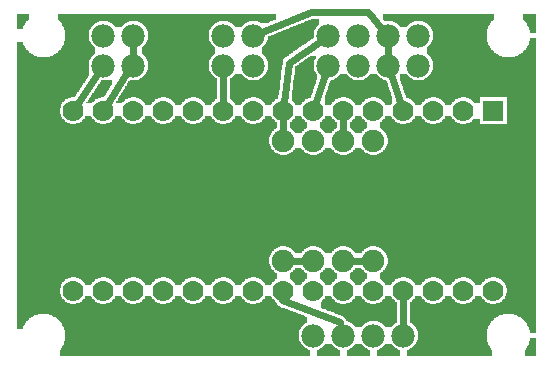
<source format=gtl>
G04 MADE WITH FRITZING*
G04 WWW.FRITZING.ORG*
G04 DOUBLE SIDED*
G04 HOLES PLATED*
G04 CONTOUR ON CENTER OF CONTOUR VECTOR*
%ASAXBY*%
%FSLAX23Y23*%
%MOIN*%
%OFA0B0*%
%SFA1.0B1.0*%
%ADD10C,0.075000*%
%ADD11C,0.070000*%
%ADD12C,0.078000*%
%ADD13R,0.070000X0.069972*%
%ADD14C,0.024000*%
%LNCOPPER1*%
G90*
G70*
G54D10*
X1478Y1120D03*
G54D11*
X1629Y857D03*
X1529Y857D03*
X1429Y857D03*
X1329Y857D03*
X1229Y857D03*
X1129Y857D03*
X1029Y857D03*
X929Y857D03*
X829Y857D03*
X729Y857D03*
X629Y857D03*
X529Y857D03*
X429Y857D03*
X329Y857D03*
X229Y857D03*
X1629Y257D03*
X1529Y257D03*
X1429Y257D03*
X1329Y257D03*
X1229Y257D03*
X1129Y257D03*
X1029Y257D03*
X929Y257D03*
X829Y257D03*
X729Y257D03*
X629Y257D03*
X529Y257D03*
X429Y257D03*
X329Y257D03*
X229Y257D03*
G54D10*
X929Y357D03*
X929Y757D03*
X1029Y357D03*
X1029Y757D03*
X1129Y357D03*
X1129Y757D03*
X1229Y357D03*
X1229Y757D03*
G54D12*
X1379Y1107D03*
X1379Y1007D03*
X1279Y1107D03*
X1279Y1007D03*
X1179Y1107D03*
X1179Y1007D03*
X1079Y1107D03*
X1079Y1007D03*
X1029Y107D03*
X1129Y107D03*
X1229Y107D03*
X1329Y107D03*
X729Y1007D03*
X729Y1107D03*
X829Y1007D03*
X829Y1107D03*
X329Y1007D03*
X329Y1107D03*
X429Y1007D03*
X429Y1107D03*
G54D13*
X1629Y857D03*
G54D14*
X429Y1037D02*
X429Y1077D01*
D02*
X729Y886D02*
X729Y977D01*
D02*
X245Y881D02*
X312Y982D01*
D02*
X924Y224D02*
X925Y228D01*
D02*
X1116Y152D02*
X924Y224D01*
D02*
X1121Y136D02*
X1116Y152D01*
D02*
X1038Y885D02*
X1069Y979D01*
D02*
X929Y786D02*
X929Y828D01*
D02*
X1129Y786D02*
X1129Y828D01*
D02*
X948Y1016D02*
X932Y886D01*
D02*
X1054Y1090D02*
X948Y1016D01*
D02*
X1157Y357D02*
X1200Y357D01*
D02*
X957Y357D02*
X1000Y357D01*
D02*
X1329Y137D02*
X1329Y228D01*
D02*
X396Y968D02*
X409Y984D01*
D02*
X344Y882D02*
X396Y968D01*
D02*
X1259Y1130D02*
X1212Y1184D01*
D02*
X1020Y1184D02*
X857Y1118D01*
D02*
X1212Y1184D02*
X1020Y1184D01*
D02*
X1279Y1037D02*
X1279Y1077D01*
D02*
X1319Y885D02*
X1288Y979D01*
G36*
X40Y1180D02*
X40Y1128D01*
X60Y1128D01*
X60Y1134D01*
X62Y1134D01*
X62Y1138D01*
X64Y1138D01*
X64Y1142D01*
X66Y1142D01*
X66Y1146D01*
X68Y1146D01*
X68Y1148D01*
X70Y1148D01*
X70Y1152D01*
X72Y1152D01*
X72Y1154D01*
X74Y1154D01*
X74Y1156D01*
X76Y1156D01*
X76Y1158D01*
X78Y1158D01*
X78Y1160D01*
X80Y1160D01*
X80Y1180D01*
X40Y1180D01*
G37*
D02*
G36*
X1728Y1180D02*
X1728Y1160D01*
X1730Y1160D01*
X1730Y1158D01*
X1732Y1158D01*
X1732Y1156D01*
X1734Y1156D01*
X1734Y1152D01*
X1736Y1152D01*
X1736Y1150D01*
X1738Y1150D01*
X1738Y1148D01*
X1740Y1148D01*
X1740Y1144D01*
X1742Y1144D01*
X1742Y1140D01*
X1744Y1140D01*
X1744Y1136D01*
X1746Y1136D01*
X1746Y1132D01*
X1748Y1132D01*
X1748Y1126D01*
X1750Y1126D01*
X1750Y1116D01*
X1770Y1116D01*
X1770Y1180D01*
X1728Y1180D01*
G37*
D02*
G36*
X1016Y1038D02*
X1016Y1036D01*
X1014Y1036D01*
X1014Y1034D01*
X1012Y1034D01*
X1012Y1032D01*
X1008Y1032D01*
X1008Y1030D01*
X1006Y1030D01*
X1006Y1028D01*
X1002Y1028D01*
X1002Y1026D01*
X1000Y1026D01*
X1000Y1024D01*
X996Y1024D01*
X996Y1022D01*
X994Y1022D01*
X994Y1020D01*
X990Y1020D01*
X990Y1018D01*
X988Y1018D01*
X988Y1016D01*
X986Y1016D01*
X986Y1014D01*
X982Y1014D01*
X982Y1012D01*
X980Y1012D01*
X980Y1010D01*
X976Y1010D01*
X976Y1008D01*
X974Y1008D01*
X974Y1006D01*
X970Y1006D01*
X970Y1004D01*
X968Y1004D01*
X968Y990D01*
X966Y990D01*
X966Y974D01*
X964Y974D01*
X964Y958D01*
X962Y958D01*
X962Y940D01*
X960Y940D01*
X960Y924D01*
X958Y924D01*
X958Y890D01*
X960Y890D01*
X960Y888D01*
X962Y888D01*
X962Y886D01*
X964Y886D01*
X964Y882D01*
X966Y882D01*
X966Y880D01*
X968Y880D01*
X968Y876D01*
X988Y876D01*
X988Y878D01*
X990Y878D01*
X990Y882D01*
X992Y882D01*
X992Y884D01*
X994Y884D01*
X994Y886D01*
X996Y886D01*
X996Y888D01*
X998Y888D01*
X998Y890D01*
X1000Y890D01*
X1000Y892D01*
X1002Y892D01*
X1002Y894D01*
X1006Y894D01*
X1006Y896D01*
X1010Y896D01*
X1010Y898D01*
X1014Y898D01*
X1014Y900D01*
X1020Y900D01*
X1020Y904D01*
X1022Y904D01*
X1022Y910D01*
X1024Y910D01*
X1024Y916D01*
X1026Y916D01*
X1026Y922D01*
X1028Y922D01*
X1028Y928D01*
X1030Y928D01*
X1030Y934D01*
X1032Y934D01*
X1032Y940D01*
X1034Y940D01*
X1034Y946D01*
X1036Y946D01*
X1036Y952D01*
X1038Y952D01*
X1038Y958D01*
X1040Y958D01*
X1040Y978D01*
X1038Y978D01*
X1038Y982D01*
X1036Y982D01*
X1036Y984D01*
X1034Y984D01*
X1034Y990D01*
X1032Y990D01*
X1032Y996D01*
X1030Y996D01*
X1030Y1018D01*
X1032Y1018D01*
X1032Y1024D01*
X1034Y1024D01*
X1034Y1028D01*
X1036Y1028D01*
X1036Y1038D01*
X1016Y1038D01*
G37*
D02*
G36*
X1022Y1162D02*
X1022Y1160D01*
X1016Y1160D01*
X1016Y1158D01*
X1012Y1158D01*
X1012Y1156D01*
X1006Y1156D01*
X1006Y1154D01*
X1002Y1154D01*
X1002Y1152D01*
X998Y1152D01*
X998Y1150D01*
X992Y1150D01*
X992Y1148D01*
X988Y1148D01*
X988Y1146D01*
X982Y1146D01*
X982Y1144D01*
X978Y1144D01*
X978Y1142D01*
X972Y1142D01*
X972Y1140D01*
X968Y1140D01*
X968Y1138D01*
X962Y1138D01*
X962Y1136D01*
X958Y1136D01*
X958Y1134D01*
X952Y1134D01*
X952Y1132D01*
X948Y1132D01*
X948Y1130D01*
X942Y1130D01*
X942Y1128D01*
X938Y1128D01*
X938Y1126D01*
X932Y1126D01*
X932Y1124D01*
X928Y1124D01*
X928Y1122D01*
X922Y1122D01*
X922Y1120D01*
X918Y1120D01*
X918Y1118D01*
X912Y1118D01*
X912Y1116D01*
X908Y1116D01*
X908Y1114D01*
X904Y1114D01*
X904Y1112D01*
X898Y1112D01*
X898Y1110D01*
X894Y1110D01*
X894Y1108D01*
X888Y1108D01*
X888Y1106D01*
X884Y1106D01*
X884Y1104D01*
X878Y1104D01*
X878Y1100D01*
X876Y1100D01*
X876Y1092D01*
X874Y1092D01*
X874Y1086D01*
X872Y1086D01*
X872Y1082D01*
X870Y1082D01*
X870Y1080D01*
X868Y1080D01*
X868Y1076D01*
X866Y1076D01*
X866Y1074D01*
X864Y1074D01*
X864Y1072D01*
X862Y1072D01*
X862Y1070D01*
X860Y1070D01*
X860Y1068D01*
X858Y1068D01*
X858Y1066D01*
X856Y1066D01*
X856Y1046D01*
X858Y1046D01*
X858Y1044D01*
X862Y1044D01*
X862Y1042D01*
X864Y1042D01*
X864Y1040D01*
X866Y1040D01*
X866Y1036D01*
X868Y1036D01*
X868Y1034D01*
X870Y1034D01*
X870Y1030D01*
X872Y1030D01*
X872Y1028D01*
X874Y1028D01*
X874Y1022D01*
X876Y1022D01*
X876Y1014D01*
X878Y1014D01*
X878Y1000D01*
X876Y1000D01*
X876Y992D01*
X874Y992D01*
X874Y986D01*
X872Y986D01*
X872Y982D01*
X870Y982D01*
X870Y980D01*
X868Y980D01*
X868Y976D01*
X866Y976D01*
X866Y974D01*
X864Y974D01*
X864Y972D01*
X862Y972D01*
X862Y970D01*
X860Y970D01*
X860Y968D01*
X858Y968D01*
X858Y966D01*
X854Y966D01*
X854Y964D01*
X850Y964D01*
X850Y962D01*
X846Y962D01*
X846Y960D01*
X840Y960D01*
X840Y958D01*
X918Y958D01*
X918Y960D01*
X920Y960D01*
X920Y976D01*
X922Y976D01*
X922Y992D01*
X924Y992D01*
X924Y1010D01*
X926Y1010D01*
X926Y1022D01*
X928Y1022D01*
X928Y1028D01*
X930Y1028D01*
X930Y1030D01*
X932Y1030D01*
X932Y1032D01*
X934Y1032D01*
X934Y1034D01*
X936Y1034D01*
X936Y1036D01*
X940Y1036D01*
X940Y1038D01*
X942Y1038D01*
X942Y1040D01*
X946Y1040D01*
X946Y1042D01*
X948Y1042D01*
X948Y1044D01*
X952Y1044D01*
X952Y1046D01*
X954Y1046D01*
X954Y1048D01*
X956Y1048D01*
X956Y1050D01*
X960Y1050D01*
X960Y1052D01*
X962Y1052D01*
X962Y1054D01*
X966Y1054D01*
X966Y1056D01*
X968Y1056D01*
X968Y1058D01*
X972Y1058D01*
X972Y1060D01*
X974Y1060D01*
X974Y1062D01*
X978Y1062D01*
X978Y1064D01*
X980Y1064D01*
X980Y1066D01*
X982Y1066D01*
X982Y1068D01*
X986Y1068D01*
X986Y1070D01*
X988Y1070D01*
X988Y1072D01*
X992Y1072D01*
X992Y1074D01*
X994Y1074D01*
X994Y1076D01*
X998Y1076D01*
X998Y1078D01*
X1000Y1078D01*
X1000Y1080D01*
X1004Y1080D01*
X1004Y1082D01*
X1006Y1082D01*
X1006Y1084D01*
X1008Y1084D01*
X1008Y1086D01*
X1012Y1086D01*
X1012Y1088D01*
X1014Y1088D01*
X1014Y1090D01*
X1018Y1090D01*
X1018Y1092D01*
X1020Y1092D01*
X1020Y1094D01*
X1024Y1094D01*
X1024Y1096D01*
X1026Y1096D01*
X1026Y1098D01*
X1028Y1098D01*
X1028Y1100D01*
X1030Y1100D01*
X1030Y1118D01*
X1032Y1118D01*
X1032Y1124D01*
X1034Y1124D01*
X1034Y1128D01*
X1036Y1128D01*
X1036Y1132D01*
X1038Y1132D01*
X1038Y1136D01*
X1040Y1136D01*
X1040Y1138D01*
X1042Y1138D01*
X1042Y1140D01*
X1044Y1140D01*
X1044Y1142D01*
X1046Y1142D01*
X1046Y1162D01*
X1022Y1162D01*
G37*
D02*
G36*
X768Y980D02*
X768Y976D01*
X766Y976D01*
X766Y974D01*
X764Y974D01*
X764Y972D01*
X762Y972D01*
X762Y970D01*
X760Y970D01*
X760Y968D01*
X758Y968D01*
X758Y966D01*
X754Y966D01*
X754Y964D01*
X750Y964D01*
X750Y958D01*
X818Y958D01*
X818Y960D01*
X812Y960D01*
X812Y962D01*
X806Y962D01*
X806Y964D01*
X804Y964D01*
X804Y966D01*
X800Y966D01*
X800Y968D01*
X798Y968D01*
X798Y970D01*
X796Y970D01*
X796Y972D01*
X794Y972D01*
X794Y974D01*
X792Y974D01*
X792Y976D01*
X790Y976D01*
X790Y978D01*
X788Y978D01*
X788Y980D01*
X768Y980D01*
G37*
D02*
G36*
X750Y958D02*
X750Y956D01*
X918Y956D01*
X918Y958D01*
X750Y958D01*
G37*
D02*
G36*
X750Y958D02*
X750Y956D01*
X918Y956D01*
X918Y958D01*
X750Y958D01*
G37*
D02*
G36*
X750Y956D02*
X750Y902D01*
X836Y902D01*
X836Y900D01*
X844Y900D01*
X844Y898D01*
X848Y898D01*
X848Y896D01*
X852Y896D01*
X852Y894D01*
X854Y894D01*
X854Y892D01*
X858Y892D01*
X858Y890D01*
X860Y890D01*
X860Y888D01*
X862Y888D01*
X862Y886D01*
X864Y886D01*
X864Y882D01*
X866Y882D01*
X866Y880D01*
X868Y880D01*
X868Y876D01*
X888Y876D01*
X888Y878D01*
X890Y878D01*
X890Y882D01*
X892Y882D01*
X892Y884D01*
X894Y884D01*
X894Y886D01*
X896Y886D01*
X896Y888D01*
X898Y888D01*
X898Y890D01*
X900Y890D01*
X900Y892D01*
X902Y892D01*
X902Y894D01*
X906Y894D01*
X906Y896D01*
X910Y896D01*
X910Y898D01*
X912Y898D01*
X912Y910D01*
X914Y910D01*
X914Y926D01*
X916Y926D01*
X916Y944D01*
X918Y944D01*
X918Y956D01*
X750Y956D01*
G37*
D02*
G36*
X750Y902D02*
X750Y896D01*
X752Y896D01*
X752Y894D01*
X754Y894D01*
X754Y892D01*
X758Y892D01*
X758Y890D01*
X760Y890D01*
X760Y888D01*
X762Y888D01*
X762Y886D01*
X764Y886D01*
X764Y882D01*
X766Y882D01*
X766Y880D01*
X768Y880D01*
X768Y876D01*
X788Y876D01*
X788Y878D01*
X790Y878D01*
X790Y882D01*
X792Y882D01*
X792Y884D01*
X794Y884D01*
X794Y886D01*
X796Y886D01*
X796Y888D01*
X798Y888D01*
X798Y890D01*
X800Y890D01*
X800Y892D01*
X802Y892D01*
X802Y894D01*
X806Y894D01*
X806Y896D01*
X810Y896D01*
X810Y898D01*
X814Y898D01*
X814Y900D01*
X822Y900D01*
X822Y902D01*
X750Y902D01*
G37*
D02*
G36*
X1118Y980D02*
X1118Y976D01*
X1116Y976D01*
X1116Y974D01*
X1114Y974D01*
X1114Y972D01*
X1112Y972D01*
X1112Y970D01*
X1110Y970D01*
X1110Y968D01*
X1108Y968D01*
X1108Y966D01*
X1104Y966D01*
X1104Y964D01*
X1100Y964D01*
X1100Y962D01*
X1096Y962D01*
X1096Y960D01*
X1090Y960D01*
X1090Y958D01*
X1168Y958D01*
X1168Y960D01*
X1162Y960D01*
X1162Y962D01*
X1156Y962D01*
X1156Y964D01*
X1154Y964D01*
X1154Y966D01*
X1150Y966D01*
X1150Y968D01*
X1148Y968D01*
X1148Y970D01*
X1146Y970D01*
X1146Y972D01*
X1144Y972D01*
X1144Y974D01*
X1142Y974D01*
X1142Y976D01*
X1140Y976D01*
X1140Y978D01*
X1138Y978D01*
X1138Y980D01*
X1118Y980D01*
G37*
D02*
G36*
X1218Y980D02*
X1218Y976D01*
X1216Y976D01*
X1216Y974D01*
X1214Y974D01*
X1214Y972D01*
X1212Y972D01*
X1212Y970D01*
X1210Y970D01*
X1210Y968D01*
X1208Y968D01*
X1208Y966D01*
X1204Y966D01*
X1204Y964D01*
X1200Y964D01*
X1200Y962D01*
X1196Y962D01*
X1196Y960D01*
X1190Y960D01*
X1190Y958D01*
X1268Y958D01*
X1268Y960D01*
X1262Y960D01*
X1262Y962D01*
X1256Y962D01*
X1256Y964D01*
X1254Y964D01*
X1254Y966D01*
X1250Y966D01*
X1250Y968D01*
X1248Y968D01*
X1248Y970D01*
X1246Y970D01*
X1246Y972D01*
X1244Y972D01*
X1244Y974D01*
X1242Y974D01*
X1242Y976D01*
X1240Y976D01*
X1240Y978D01*
X1238Y978D01*
X1238Y980D01*
X1218Y980D01*
G37*
D02*
G36*
X1086Y958D02*
X1086Y956D01*
X1272Y956D01*
X1272Y958D01*
X1086Y958D01*
G37*
D02*
G36*
X1086Y958D02*
X1086Y956D01*
X1272Y956D01*
X1272Y958D01*
X1086Y958D01*
G37*
D02*
G36*
X1084Y956D02*
X1084Y950D01*
X1082Y950D01*
X1082Y944D01*
X1080Y944D01*
X1080Y938D01*
X1078Y938D01*
X1078Y932D01*
X1076Y932D01*
X1076Y926D01*
X1074Y926D01*
X1074Y920D01*
X1072Y920D01*
X1072Y914D01*
X1070Y914D01*
X1070Y908D01*
X1068Y908D01*
X1068Y902D01*
X1236Y902D01*
X1236Y900D01*
X1244Y900D01*
X1244Y898D01*
X1248Y898D01*
X1248Y896D01*
X1252Y896D01*
X1252Y894D01*
X1254Y894D01*
X1254Y892D01*
X1258Y892D01*
X1258Y890D01*
X1260Y890D01*
X1260Y888D01*
X1262Y888D01*
X1262Y886D01*
X1264Y886D01*
X1264Y882D01*
X1266Y882D01*
X1266Y880D01*
X1268Y880D01*
X1268Y876D01*
X1288Y876D01*
X1288Y878D01*
X1290Y878D01*
X1290Y906D01*
X1288Y906D01*
X1288Y912D01*
X1286Y912D01*
X1286Y918D01*
X1284Y918D01*
X1284Y924D01*
X1282Y924D01*
X1282Y930D01*
X1280Y930D01*
X1280Y936D01*
X1278Y936D01*
X1278Y942D01*
X1276Y942D01*
X1276Y948D01*
X1274Y948D01*
X1274Y954D01*
X1272Y954D01*
X1272Y956D01*
X1084Y956D01*
G37*
D02*
G36*
X1066Y902D02*
X1066Y880D01*
X1068Y880D01*
X1068Y876D01*
X1088Y876D01*
X1088Y878D01*
X1090Y878D01*
X1090Y882D01*
X1092Y882D01*
X1092Y884D01*
X1094Y884D01*
X1094Y886D01*
X1096Y886D01*
X1096Y888D01*
X1098Y888D01*
X1098Y890D01*
X1100Y890D01*
X1100Y892D01*
X1102Y892D01*
X1102Y894D01*
X1106Y894D01*
X1106Y896D01*
X1110Y896D01*
X1110Y898D01*
X1114Y898D01*
X1114Y900D01*
X1122Y900D01*
X1122Y902D01*
X1066Y902D01*
G37*
D02*
G36*
X1136Y902D02*
X1136Y900D01*
X1144Y900D01*
X1144Y898D01*
X1148Y898D01*
X1148Y896D01*
X1152Y896D01*
X1152Y894D01*
X1154Y894D01*
X1154Y892D01*
X1158Y892D01*
X1158Y890D01*
X1160Y890D01*
X1160Y888D01*
X1162Y888D01*
X1162Y886D01*
X1164Y886D01*
X1164Y882D01*
X1166Y882D01*
X1166Y880D01*
X1168Y880D01*
X1168Y876D01*
X1188Y876D01*
X1188Y878D01*
X1190Y878D01*
X1190Y882D01*
X1192Y882D01*
X1192Y884D01*
X1194Y884D01*
X1194Y886D01*
X1196Y886D01*
X1196Y888D01*
X1198Y888D01*
X1198Y890D01*
X1200Y890D01*
X1200Y892D01*
X1202Y892D01*
X1202Y894D01*
X1206Y894D01*
X1206Y896D01*
X1210Y896D01*
X1210Y898D01*
X1214Y898D01*
X1214Y900D01*
X1222Y900D01*
X1222Y902D01*
X1136Y902D01*
G37*
D02*
G36*
X322Y958D02*
X322Y956D01*
X320Y956D01*
X320Y952D01*
X318Y952D01*
X318Y950D01*
X316Y950D01*
X316Y946D01*
X314Y946D01*
X314Y944D01*
X312Y944D01*
X312Y940D01*
X310Y940D01*
X310Y938D01*
X308Y938D01*
X308Y934D01*
X306Y934D01*
X306Y932D01*
X304Y932D01*
X304Y928D01*
X302Y928D01*
X302Y926D01*
X300Y926D01*
X300Y922D01*
X298Y922D01*
X298Y920D01*
X296Y920D01*
X296Y916D01*
X294Y916D01*
X294Y914D01*
X292Y914D01*
X292Y910D01*
X290Y910D01*
X290Y908D01*
X288Y908D01*
X288Y904D01*
X286Y904D01*
X286Y902D01*
X284Y902D01*
X284Y898D01*
X282Y898D01*
X282Y896D01*
X280Y896D01*
X280Y892D01*
X278Y892D01*
X278Y890D01*
X276Y890D01*
X276Y886D01*
X274Y886D01*
X274Y884D01*
X272Y884D01*
X272Y882D01*
X292Y882D01*
X292Y884D01*
X294Y884D01*
X294Y886D01*
X296Y886D01*
X296Y888D01*
X298Y888D01*
X298Y890D01*
X300Y890D01*
X300Y892D01*
X302Y892D01*
X302Y894D01*
X306Y894D01*
X306Y896D01*
X310Y896D01*
X310Y898D01*
X314Y898D01*
X314Y900D01*
X322Y900D01*
X322Y902D01*
X330Y902D01*
X330Y904D01*
X332Y904D01*
X332Y906D01*
X334Y906D01*
X334Y910D01*
X336Y910D01*
X336Y912D01*
X338Y912D01*
X338Y916D01*
X340Y916D01*
X340Y920D01*
X342Y920D01*
X342Y922D01*
X344Y922D01*
X344Y926D01*
X346Y926D01*
X346Y930D01*
X348Y930D01*
X348Y932D01*
X350Y932D01*
X350Y936D01*
X352Y936D01*
X352Y940D01*
X354Y940D01*
X354Y942D01*
X356Y942D01*
X356Y946D01*
X358Y946D01*
X358Y958D01*
X322Y958D01*
G37*
D02*
G36*
X968Y838D02*
X968Y834D01*
X966Y834D01*
X966Y830D01*
X964Y830D01*
X964Y828D01*
X962Y828D01*
X962Y826D01*
X960Y826D01*
X960Y824D01*
X958Y824D01*
X958Y822D01*
X956Y822D01*
X956Y820D01*
X954Y820D01*
X954Y818D01*
X950Y818D01*
X950Y798D01*
X954Y798D01*
X954Y796D01*
X956Y796D01*
X956Y794D01*
X958Y794D01*
X958Y792D01*
X962Y792D01*
X962Y790D01*
X964Y790D01*
X964Y786D01*
X966Y786D01*
X966Y784D01*
X968Y784D01*
X968Y782D01*
X990Y782D01*
X990Y786D01*
X992Y786D01*
X992Y788D01*
X994Y788D01*
X994Y790D01*
X996Y790D01*
X996Y792D01*
X998Y792D01*
X998Y794D01*
X1000Y794D01*
X1000Y796D01*
X1004Y796D01*
X1004Y798D01*
X1008Y798D01*
X1008Y818D01*
X1004Y818D01*
X1004Y820D01*
X1002Y820D01*
X1002Y822D01*
X1000Y822D01*
X1000Y824D01*
X996Y824D01*
X996Y828D01*
X994Y828D01*
X994Y830D01*
X992Y830D01*
X992Y832D01*
X990Y832D01*
X990Y836D01*
X988Y836D01*
X988Y838D01*
X968Y838D01*
G37*
D02*
G36*
X1068Y838D02*
X1068Y834D01*
X1066Y834D01*
X1066Y830D01*
X1064Y830D01*
X1064Y828D01*
X1062Y828D01*
X1062Y826D01*
X1060Y826D01*
X1060Y824D01*
X1058Y824D01*
X1058Y822D01*
X1056Y822D01*
X1056Y820D01*
X1054Y820D01*
X1054Y818D01*
X1050Y818D01*
X1050Y798D01*
X1054Y798D01*
X1054Y796D01*
X1056Y796D01*
X1056Y794D01*
X1058Y794D01*
X1058Y792D01*
X1062Y792D01*
X1062Y790D01*
X1064Y790D01*
X1064Y786D01*
X1066Y786D01*
X1066Y784D01*
X1068Y784D01*
X1068Y782D01*
X1090Y782D01*
X1090Y786D01*
X1092Y786D01*
X1092Y788D01*
X1094Y788D01*
X1094Y790D01*
X1096Y790D01*
X1096Y792D01*
X1098Y792D01*
X1098Y794D01*
X1100Y794D01*
X1100Y796D01*
X1104Y796D01*
X1104Y798D01*
X1106Y798D01*
X1106Y818D01*
X1104Y818D01*
X1104Y820D01*
X1102Y820D01*
X1102Y822D01*
X1100Y822D01*
X1100Y824D01*
X1096Y824D01*
X1096Y828D01*
X1094Y828D01*
X1094Y830D01*
X1092Y830D01*
X1092Y832D01*
X1090Y832D01*
X1090Y836D01*
X1088Y836D01*
X1088Y838D01*
X1068Y838D01*
G37*
D02*
G36*
X1168Y838D02*
X1168Y834D01*
X1166Y834D01*
X1166Y830D01*
X1164Y830D01*
X1164Y828D01*
X1162Y828D01*
X1162Y826D01*
X1160Y826D01*
X1160Y824D01*
X1158Y824D01*
X1158Y822D01*
X1156Y822D01*
X1156Y820D01*
X1154Y820D01*
X1154Y818D01*
X1150Y818D01*
X1150Y798D01*
X1154Y798D01*
X1154Y796D01*
X1156Y796D01*
X1156Y794D01*
X1158Y794D01*
X1158Y792D01*
X1162Y792D01*
X1162Y790D01*
X1164Y790D01*
X1164Y786D01*
X1166Y786D01*
X1166Y784D01*
X1168Y784D01*
X1168Y782D01*
X1190Y782D01*
X1190Y786D01*
X1192Y786D01*
X1192Y788D01*
X1194Y788D01*
X1194Y790D01*
X1196Y790D01*
X1196Y792D01*
X1198Y792D01*
X1198Y794D01*
X1200Y794D01*
X1200Y796D01*
X1204Y796D01*
X1204Y798D01*
X1208Y798D01*
X1208Y818D01*
X1204Y818D01*
X1204Y820D01*
X1202Y820D01*
X1202Y822D01*
X1200Y822D01*
X1200Y824D01*
X1196Y824D01*
X1196Y828D01*
X1194Y828D01*
X1194Y830D01*
X1192Y830D01*
X1192Y832D01*
X1190Y832D01*
X1190Y836D01*
X1188Y836D01*
X1188Y838D01*
X1168Y838D01*
G37*
D02*
G36*
X968Y332D02*
X968Y328D01*
X966Y328D01*
X966Y326D01*
X964Y326D01*
X964Y324D01*
X962Y324D01*
X962Y322D01*
X960Y322D01*
X960Y320D01*
X958Y320D01*
X958Y318D01*
X954Y318D01*
X954Y316D01*
X950Y316D01*
X950Y296D01*
X952Y296D01*
X952Y294D01*
X954Y294D01*
X954Y292D01*
X958Y292D01*
X958Y290D01*
X960Y290D01*
X960Y288D01*
X962Y288D01*
X962Y286D01*
X964Y286D01*
X964Y282D01*
X966Y282D01*
X966Y280D01*
X968Y280D01*
X968Y276D01*
X988Y276D01*
X988Y278D01*
X990Y278D01*
X990Y282D01*
X992Y282D01*
X992Y284D01*
X994Y284D01*
X994Y286D01*
X996Y286D01*
X996Y288D01*
X998Y288D01*
X998Y290D01*
X1000Y290D01*
X1000Y292D01*
X1002Y292D01*
X1002Y294D01*
X1006Y294D01*
X1006Y316D01*
X1002Y316D01*
X1002Y318D01*
X1000Y318D01*
X1000Y320D01*
X998Y320D01*
X998Y322D01*
X996Y322D01*
X996Y324D01*
X994Y324D01*
X994Y326D01*
X992Y326D01*
X992Y328D01*
X990Y328D01*
X990Y330D01*
X988Y330D01*
X988Y332D01*
X968Y332D01*
G37*
D02*
G36*
X1068Y332D02*
X1068Y328D01*
X1066Y328D01*
X1066Y326D01*
X1064Y326D01*
X1064Y324D01*
X1062Y324D01*
X1062Y322D01*
X1060Y322D01*
X1060Y320D01*
X1058Y320D01*
X1058Y318D01*
X1054Y318D01*
X1054Y316D01*
X1050Y316D01*
X1050Y296D01*
X1052Y296D01*
X1052Y294D01*
X1054Y294D01*
X1054Y292D01*
X1058Y292D01*
X1058Y290D01*
X1060Y290D01*
X1060Y288D01*
X1062Y288D01*
X1062Y286D01*
X1064Y286D01*
X1064Y282D01*
X1066Y282D01*
X1066Y280D01*
X1068Y280D01*
X1068Y276D01*
X1088Y276D01*
X1088Y278D01*
X1090Y278D01*
X1090Y282D01*
X1092Y282D01*
X1092Y284D01*
X1094Y284D01*
X1094Y286D01*
X1096Y286D01*
X1096Y288D01*
X1098Y288D01*
X1098Y290D01*
X1100Y290D01*
X1100Y292D01*
X1102Y292D01*
X1102Y294D01*
X1106Y294D01*
X1106Y316D01*
X1102Y316D01*
X1102Y318D01*
X1100Y318D01*
X1100Y320D01*
X1098Y320D01*
X1098Y322D01*
X1096Y322D01*
X1096Y324D01*
X1094Y324D01*
X1094Y326D01*
X1092Y326D01*
X1092Y328D01*
X1090Y328D01*
X1090Y330D01*
X1088Y330D01*
X1088Y332D01*
X1068Y332D01*
G37*
D02*
G36*
X1168Y332D02*
X1168Y328D01*
X1166Y328D01*
X1166Y326D01*
X1164Y326D01*
X1164Y324D01*
X1162Y324D01*
X1162Y322D01*
X1160Y322D01*
X1160Y320D01*
X1158Y320D01*
X1158Y318D01*
X1154Y318D01*
X1154Y316D01*
X1150Y316D01*
X1150Y296D01*
X1152Y296D01*
X1152Y294D01*
X1154Y294D01*
X1154Y292D01*
X1158Y292D01*
X1158Y290D01*
X1160Y290D01*
X1160Y288D01*
X1162Y288D01*
X1162Y286D01*
X1164Y286D01*
X1164Y282D01*
X1166Y282D01*
X1166Y280D01*
X1168Y280D01*
X1168Y276D01*
X1188Y276D01*
X1188Y278D01*
X1190Y278D01*
X1190Y282D01*
X1192Y282D01*
X1192Y284D01*
X1194Y284D01*
X1194Y286D01*
X1196Y286D01*
X1196Y288D01*
X1198Y288D01*
X1198Y290D01*
X1200Y290D01*
X1200Y292D01*
X1202Y292D01*
X1202Y294D01*
X1206Y294D01*
X1206Y316D01*
X1202Y316D01*
X1202Y318D01*
X1200Y318D01*
X1200Y320D01*
X1198Y320D01*
X1198Y322D01*
X1196Y322D01*
X1196Y324D01*
X1194Y324D01*
X1194Y326D01*
X1192Y326D01*
X1192Y328D01*
X1190Y328D01*
X1190Y330D01*
X1188Y330D01*
X1188Y332D01*
X1168Y332D01*
G37*
D02*
G36*
X1068Y238D02*
X1068Y234D01*
X1066Y234D01*
X1066Y230D01*
X1064Y230D01*
X1064Y228D01*
X1062Y228D01*
X1062Y226D01*
X1060Y226D01*
X1060Y224D01*
X1058Y224D01*
X1058Y222D01*
X1056Y222D01*
X1056Y220D01*
X1054Y220D01*
X1054Y212D01*
X1118Y212D01*
X1118Y214D01*
X1112Y214D01*
X1112Y216D01*
X1108Y216D01*
X1108Y218D01*
X1104Y218D01*
X1104Y220D01*
X1102Y220D01*
X1102Y222D01*
X1100Y222D01*
X1100Y224D01*
X1096Y224D01*
X1096Y228D01*
X1094Y228D01*
X1094Y230D01*
X1092Y230D01*
X1092Y232D01*
X1090Y232D01*
X1090Y236D01*
X1088Y236D01*
X1088Y238D01*
X1068Y238D01*
G37*
D02*
G36*
X1168Y238D02*
X1168Y234D01*
X1166Y234D01*
X1166Y230D01*
X1164Y230D01*
X1164Y228D01*
X1162Y228D01*
X1162Y226D01*
X1160Y226D01*
X1160Y224D01*
X1158Y224D01*
X1158Y222D01*
X1156Y222D01*
X1156Y220D01*
X1154Y220D01*
X1154Y218D01*
X1150Y218D01*
X1150Y216D01*
X1146Y216D01*
X1146Y214D01*
X1138Y214D01*
X1138Y212D01*
X1218Y212D01*
X1218Y214D01*
X1212Y214D01*
X1212Y216D01*
X1208Y216D01*
X1208Y218D01*
X1204Y218D01*
X1204Y220D01*
X1202Y220D01*
X1202Y222D01*
X1200Y222D01*
X1200Y224D01*
X1196Y224D01*
X1196Y228D01*
X1194Y228D01*
X1194Y230D01*
X1192Y230D01*
X1192Y232D01*
X1190Y232D01*
X1190Y236D01*
X1188Y236D01*
X1188Y238D01*
X1168Y238D01*
G37*
D02*
G36*
X1268Y238D02*
X1268Y234D01*
X1266Y234D01*
X1266Y230D01*
X1264Y230D01*
X1264Y228D01*
X1262Y228D01*
X1262Y226D01*
X1260Y226D01*
X1260Y224D01*
X1258Y224D01*
X1258Y222D01*
X1256Y222D01*
X1256Y220D01*
X1254Y220D01*
X1254Y218D01*
X1250Y218D01*
X1250Y216D01*
X1246Y216D01*
X1246Y214D01*
X1238Y214D01*
X1238Y212D01*
X1306Y212D01*
X1306Y218D01*
X1304Y218D01*
X1304Y220D01*
X1302Y220D01*
X1302Y222D01*
X1300Y222D01*
X1300Y224D01*
X1296Y224D01*
X1296Y228D01*
X1294Y228D01*
X1294Y230D01*
X1292Y230D01*
X1292Y232D01*
X1290Y232D01*
X1290Y236D01*
X1288Y236D01*
X1288Y238D01*
X1268Y238D01*
G37*
D02*
G36*
X1054Y212D02*
X1054Y210D01*
X1306Y210D01*
X1306Y212D01*
X1054Y212D01*
G37*
D02*
G36*
X1054Y212D02*
X1054Y210D01*
X1306Y210D01*
X1306Y212D01*
X1054Y212D01*
G37*
D02*
G36*
X1054Y212D02*
X1054Y210D01*
X1306Y210D01*
X1306Y212D01*
X1054Y212D01*
G37*
D02*
G36*
X1054Y210D02*
X1054Y198D01*
X1058Y198D01*
X1058Y196D01*
X1064Y196D01*
X1064Y194D01*
X1070Y194D01*
X1070Y192D01*
X1074Y192D01*
X1074Y190D01*
X1080Y190D01*
X1080Y188D01*
X1086Y188D01*
X1086Y186D01*
X1090Y186D01*
X1090Y184D01*
X1096Y184D01*
X1096Y182D01*
X1102Y182D01*
X1102Y180D01*
X1106Y180D01*
X1106Y178D01*
X1112Y178D01*
X1112Y176D01*
X1118Y176D01*
X1118Y174D01*
X1122Y174D01*
X1122Y172D01*
X1126Y172D01*
X1126Y170D01*
X1130Y170D01*
X1130Y168D01*
X1132Y168D01*
X1132Y166D01*
X1134Y166D01*
X1134Y162D01*
X1136Y162D01*
X1136Y158D01*
X1138Y158D01*
X1138Y156D01*
X1236Y156D01*
X1236Y154D01*
X1244Y154D01*
X1244Y152D01*
X1250Y152D01*
X1250Y150D01*
X1252Y150D01*
X1252Y148D01*
X1256Y148D01*
X1256Y146D01*
X1258Y146D01*
X1258Y144D01*
X1262Y144D01*
X1262Y142D01*
X1264Y142D01*
X1264Y140D01*
X1266Y140D01*
X1266Y136D01*
X1268Y136D01*
X1268Y134D01*
X1288Y134D01*
X1288Y136D01*
X1290Y136D01*
X1290Y138D01*
X1292Y138D01*
X1292Y140D01*
X1294Y140D01*
X1294Y142D01*
X1296Y142D01*
X1296Y144D01*
X1298Y144D01*
X1298Y146D01*
X1302Y146D01*
X1302Y148D01*
X1304Y148D01*
X1304Y150D01*
X1306Y150D01*
X1306Y210D01*
X1054Y210D01*
G37*
D02*
G36*
X1138Y156D02*
X1138Y154D01*
X1144Y154D01*
X1144Y152D01*
X1150Y152D01*
X1150Y150D01*
X1152Y150D01*
X1152Y148D01*
X1156Y148D01*
X1156Y146D01*
X1158Y146D01*
X1158Y144D01*
X1162Y144D01*
X1162Y142D01*
X1164Y142D01*
X1164Y140D01*
X1166Y140D01*
X1166Y136D01*
X1168Y136D01*
X1168Y134D01*
X1188Y134D01*
X1188Y136D01*
X1190Y136D01*
X1190Y138D01*
X1192Y138D01*
X1192Y140D01*
X1194Y140D01*
X1194Y142D01*
X1196Y142D01*
X1196Y144D01*
X1198Y144D01*
X1198Y146D01*
X1202Y146D01*
X1202Y148D01*
X1204Y148D01*
X1204Y150D01*
X1208Y150D01*
X1208Y152D01*
X1214Y152D01*
X1214Y154D01*
X1222Y154D01*
X1222Y156D01*
X1138Y156D01*
G37*
D02*
G36*
X178Y1180D02*
X178Y1160D01*
X180Y1160D01*
X180Y1158D01*
X182Y1158D01*
X182Y1156D01*
X836Y1156D01*
X836Y1154D01*
X844Y1154D01*
X844Y1152D01*
X850Y1152D01*
X850Y1150D01*
X852Y1150D01*
X852Y1148D01*
X874Y1148D01*
X874Y1150D01*
X880Y1150D01*
X880Y1152D01*
X884Y1152D01*
X884Y1154D01*
X890Y1154D01*
X890Y1156D01*
X894Y1156D01*
X894Y1158D01*
X900Y1158D01*
X900Y1160D01*
X904Y1160D01*
X904Y1180D01*
X178Y1180D01*
G37*
D02*
G36*
X1260Y1180D02*
X1260Y1160D01*
X1262Y1160D01*
X1262Y1158D01*
X1264Y1158D01*
X1264Y1156D01*
X1386Y1156D01*
X1386Y1154D01*
X1394Y1154D01*
X1394Y1152D01*
X1400Y1152D01*
X1400Y1150D01*
X1402Y1150D01*
X1402Y1148D01*
X1406Y1148D01*
X1406Y1146D01*
X1408Y1146D01*
X1408Y1144D01*
X1412Y1144D01*
X1412Y1142D01*
X1414Y1142D01*
X1414Y1140D01*
X1416Y1140D01*
X1416Y1136D01*
X1418Y1136D01*
X1418Y1134D01*
X1420Y1134D01*
X1420Y1130D01*
X1422Y1130D01*
X1422Y1128D01*
X1424Y1128D01*
X1424Y1122D01*
X1426Y1122D01*
X1426Y1114D01*
X1428Y1114D01*
X1428Y1100D01*
X1426Y1100D01*
X1426Y1092D01*
X1424Y1092D01*
X1424Y1086D01*
X1422Y1086D01*
X1422Y1082D01*
X1420Y1082D01*
X1420Y1080D01*
X1418Y1080D01*
X1418Y1076D01*
X1416Y1076D01*
X1416Y1074D01*
X1414Y1074D01*
X1414Y1072D01*
X1412Y1072D01*
X1412Y1070D01*
X1410Y1070D01*
X1410Y1068D01*
X1408Y1068D01*
X1408Y1066D01*
X1406Y1066D01*
X1406Y1046D01*
X1408Y1046D01*
X1408Y1044D01*
X1412Y1044D01*
X1412Y1042D01*
X1414Y1042D01*
X1414Y1040D01*
X1416Y1040D01*
X1416Y1036D01*
X1418Y1036D01*
X1418Y1034D01*
X1666Y1034D01*
X1666Y1036D01*
X1658Y1036D01*
X1658Y1038D01*
X1652Y1038D01*
X1652Y1040D01*
X1648Y1040D01*
X1648Y1042D01*
X1644Y1042D01*
X1644Y1044D01*
X1640Y1044D01*
X1640Y1046D01*
X1636Y1046D01*
X1636Y1048D01*
X1634Y1048D01*
X1634Y1050D01*
X1632Y1050D01*
X1632Y1052D01*
X1630Y1052D01*
X1630Y1054D01*
X1628Y1054D01*
X1628Y1056D01*
X1626Y1056D01*
X1626Y1058D01*
X1624Y1058D01*
X1624Y1060D01*
X1622Y1060D01*
X1622Y1062D01*
X1620Y1062D01*
X1620Y1064D01*
X1618Y1064D01*
X1618Y1068D01*
X1616Y1068D01*
X1616Y1072D01*
X1614Y1072D01*
X1614Y1076D01*
X1612Y1076D01*
X1612Y1080D01*
X1610Y1080D01*
X1610Y1086D01*
X1608Y1086D01*
X1608Y1094D01*
X1606Y1094D01*
X1606Y1120D01*
X1608Y1120D01*
X1608Y1128D01*
X1610Y1128D01*
X1610Y1134D01*
X1612Y1134D01*
X1612Y1138D01*
X1614Y1138D01*
X1614Y1142D01*
X1616Y1142D01*
X1616Y1146D01*
X1618Y1146D01*
X1618Y1148D01*
X1620Y1148D01*
X1620Y1152D01*
X1622Y1152D01*
X1622Y1154D01*
X1624Y1154D01*
X1624Y1156D01*
X1626Y1156D01*
X1626Y1158D01*
X1628Y1158D01*
X1628Y1160D01*
X1630Y1160D01*
X1630Y1180D01*
X1260Y1180D01*
G37*
D02*
G36*
X184Y1156D02*
X184Y1152D01*
X186Y1152D01*
X186Y1150D01*
X188Y1150D01*
X188Y1148D01*
X190Y1148D01*
X190Y1144D01*
X192Y1144D01*
X192Y1140D01*
X194Y1140D01*
X194Y1136D01*
X196Y1136D01*
X196Y1132D01*
X198Y1132D01*
X198Y1126D01*
X200Y1126D01*
X200Y1116D01*
X202Y1116D01*
X202Y1098D01*
X200Y1098D01*
X200Y1088D01*
X198Y1088D01*
X198Y1082D01*
X196Y1082D01*
X196Y1076D01*
X194Y1076D01*
X194Y1072D01*
X192Y1072D01*
X192Y1070D01*
X190Y1070D01*
X190Y1066D01*
X188Y1066D01*
X188Y1064D01*
X186Y1064D01*
X186Y1060D01*
X184Y1060D01*
X184Y1058D01*
X182Y1058D01*
X182Y1056D01*
X180Y1056D01*
X180Y1054D01*
X178Y1054D01*
X178Y1052D01*
X176Y1052D01*
X176Y1050D01*
X174Y1050D01*
X174Y1048D01*
X170Y1048D01*
X170Y1046D01*
X168Y1046D01*
X168Y1044D01*
X164Y1044D01*
X164Y1042D01*
X160Y1042D01*
X160Y1040D01*
X156Y1040D01*
X156Y1038D01*
X150Y1038D01*
X150Y1036D01*
X142Y1036D01*
X142Y1034D01*
X288Y1034D01*
X288Y1036D01*
X290Y1036D01*
X290Y1038D01*
X292Y1038D01*
X292Y1040D01*
X294Y1040D01*
X294Y1042D01*
X296Y1042D01*
X296Y1044D01*
X298Y1044D01*
X298Y1046D01*
X302Y1046D01*
X302Y1066D01*
X300Y1066D01*
X300Y1068D01*
X298Y1068D01*
X298Y1070D01*
X296Y1070D01*
X296Y1072D01*
X294Y1072D01*
X294Y1074D01*
X292Y1074D01*
X292Y1076D01*
X290Y1076D01*
X290Y1078D01*
X288Y1078D01*
X288Y1082D01*
X286Y1082D01*
X286Y1084D01*
X284Y1084D01*
X284Y1090D01*
X282Y1090D01*
X282Y1096D01*
X280Y1096D01*
X280Y1118D01*
X282Y1118D01*
X282Y1124D01*
X284Y1124D01*
X284Y1128D01*
X286Y1128D01*
X286Y1132D01*
X288Y1132D01*
X288Y1136D01*
X290Y1136D01*
X290Y1138D01*
X292Y1138D01*
X292Y1140D01*
X294Y1140D01*
X294Y1142D01*
X296Y1142D01*
X296Y1144D01*
X298Y1144D01*
X298Y1146D01*
X302Y1146D01*
X302Y1148D01*
X304Y1148D01*
X304Y1150D01*
X308Y1150D01*
X308Y1152D01*
X314Y1152D01*
X314Y1154D01*
X322Y1154D01*
X322Y1156D01*
X184Y1156D01*
G37*
D02*
G36*
X336Y1156D02*
X336Y1154D01*
X344Y1154D01*
X344Y1152D01*
X350Y1152D01*
X350Y1150D01*
X352Y1150D01*
X352Y1148D01*
X356Y1148D01*
X356Y1146D01*
X358Y1146D01*
X358Y1144D01*
X362Y1144D01*
X362Y1142D01*
X364Y1142D01*
X364Y1140D01*
X366Y1140D01*
X366Y1136D01*
X368Y1136D01*
X368Y1134D01*
X388Y1134D01*
X388Y1136D01*
X390Y1136D01*
X390Y1138D01*
X392Y1138D01*
X392Y1140D01*
X394Y1140D01*
X394Y1142D01*
X396Y1142D01*
X396Y1144D01*
X398Y1144D01*
X398Y1146D01*
X402Y1146D01*
X402Y1148D01*
X404Y1148D01*
X404Y1150D01*
X408Y1150D01*
X408Y1152D01*
X414Y1152D01*
X414Y1154D01*
X422Y1154D01*
X422Y1156D01*
X336Y1156D01*
G37*
D02*
G36*
X436Y1156D02*
X436Y1154D01*
X444Y1154D01*
X444Y1152D01*
X450Y1152D01*
X450Y1150D01*
X452Y1150D01*
X452Y1148D01*
X456Y1148D01*
X456Y1146D01*
X458Y1146D01*
X458Y1144D01*
X462Y1144D01*
X462Y1142D01*
X464Y1142D01*
X464Y1140D01*
X466Y1140D01*
X466Y1136D01*
X468Y1136D01*
X468Y1134D01*
X470Y1134D01*
X470Y1130D01*
X472Y1130D01*
X472Y1128D01*
X474Y1128D01*
X474Y1122D01*
X476Y1122D01*
X476Y1114D01*
X478Y1114D01*
X478Y1100D01*
X476Y1100D01*
X476Y1092D01*
X474Y1092D01*
X474Y1086D01*
X472Y1086D01*
X472Y1082D01*
X470Y1082D01*
X470Y1080D01*
X468Y1080D01*
X468Y1076D01*
X466Y1076D01*
X466Y1074D01*
X464Y1074D01*
X464Y1072D01*
X462Y1072D01*
X462Y1070D01*
X460Y1070D01*
X460Y1068D01*
X458Y1068D01*
X458Y1066D01*
X456Y1066D01*
X456Y1046D01*
X458Y1046D01*
X458Y1044D01*
X462Y1044D01*
X462Y1042D01*
X464Y1042D01*
X464Y1040D01*
X466Y1040D01*
X466Y1036D01*
X468Y1036D01*
X468Y1034D01*
X470Y1034D01*
X470Y1030D01*
X472Y1030D01*
X472Y1028D01*
X474Y1028D01*
X474Y1022D01*
X476Y1022D01*
X476Y1014D01*
X478Y1014D01*
X478Y1000D01*
X476Y1000D01*
X476Y992D01*
X474Y992D01*
X474Y986D01*
X472Y986D01*
X472Y982D01*
X470Y982D01*
X470Y980D01*
X468Y980D01*
X468Y976D01*
X466Y976D01*
X466Y974D01*
X464Y974D01*
X464Y972D01*
X462Y972D01*
X462Y970D01*
X460Y970D01*
X460Y968D01*
X458Y968D01*
X458Y966D01*
X454Y966D01*
X454Y964D01*
X450Y964D01*
X450Y962D01*
X446Y962D01*
X446Y960D01*
X440Y960D01*
X440Y958D01*
X416Y958D01*
X416Y956D01*
X414Y956D01*
X414Y954D01*
X412Y954D01*
X412Y950D01*
X410Y950D01*
X410Y948D01*
X408Y948D01*
X408Y944D01*
X406Y944D01*
X406Y940D01*
X404Y940D01*
X404Y938D01*
X402Y938D01*
X402Y934D01*
X400Y934D01*
X400Y930D01*
X398Y930D01*
X398Y928D01*
X396Y928D01*
X396Y924D01*
X394Y924D01*
X394Y920D01*
X392Y920D01*
X392Y918D01*
X390Y918D01*
X390Y914D01*
X388Y914D01*
X388Y910D01*
X386Y910D01*
X386Y908D01*
X384Y908D01*
X384Y904D01*
X382Y904D01*
X382Y902D01*
X636Y902D01*
X636Y900D01*
X644Y900D01*
X644Y898D01*
X648Y898D01*
X648Y896D01*
X652Y896D01*
X652Y894D01*
X654Y894D01*
X654Y892D01*
X658Y892D01*
X658Y890D01*
X660Y890D01*
X660Y888D01*
X662Y888D01*
X662Y886D01*
X664Y886D01*
X664Y882D01*
X666Y882D01*
X666Y880D01*
X668Y880D01*
X668Y876D01*
X688Y876D01*
X688Y878D01*
X690Y878D01*
X690Y882D01*
X692Y882D01*
X692Y884D01*
X694Y884D01*
X694Y886D01*
X696Y886D01*
X696Y888D01*
X698Y888D01*
X698Y890D01*
X700Y890D01*
X700Y892D01*
X702Y892D01*
X702Y894D01*
X706Y894D01*
X706Y964D01*
X704Y964D01*
X704Y966D01*
X700Y966D01*
X700Y968D01*
X698Y968D01*
X698Y970D01*
X696Y970D01*
X696Y972D01*
X694Y972D01*
X694Y974D01*
X692Y974D01*
X692Y976D01*
X690Y976D01*
X690Y978D01*
X688Y978D01*
X688Y982D01*
X686Y982D01*
X686Y984D01*
X684Y984D01*
X684Y990D01*
X682Y990D01*
X682Y996D01*
X680Y996D01*
X680Y1018D01*
X682Y1018D01*
X682Y1024D01*
X684Y1024D01*
X684Y1028D01*
X686Y1028D01*
X686Y1032D01*
X688Y1032D01*
X688Y1036D01*
X690Y1036D01*
X690Y1038D01*
X692Y1038D01*
X692Y1040D01*
X694Y1040D01*
X694Y1042D01*
X696Y1042D01*
X696Y1044D01*
X698Y1044D01*
X698Y1046D01*
X702Y1046D01*
X702Y1066D01*
X700Y1066D01*
X700Y1068D01*
X698Y1068D01*
X698Y1070D01*
X696Y1070D01*
X696Y1072D01*
X694Y1072D01*
X694Y1074D01*
X692Y1074D01*
X692Y1076D01*
X690Y1076D01*
X690Y1078D01*
X688Y1078D01*
X688Y1082D01*
X686Y1082D01*
X686Y1084D01*
X684Y1084D01*
X684Y1090D01*
X682Y1090D01*
X682Y1096D01*
X680Y1096D01*
X680Y1118D01*
X682Y1118D01*
X682Y1124D01*
X684Y1124D01*
X684Y1128D01*
X686Y1128D01*
X686Y1132D01*
X688Y1132D01*
X688Y1136D01*
X690Y1136D01*
X690Y1138D01*
X692Y1138D01*
X692Y1140D01*
X694Y1140D01*
X694Y1142D01*
X696Y1142D01*
X696Y1144D01*
X698Y1144D01*
X698Y1146D01*
X702Y1146D01*
X702Y1148D01*
X704Y1148D01*
X704Y1150D01*
X708Y1150D01*
X708Y1152D01*
X714Y1152D01*
X714Y1154D01*
X722Y1154D01*
X722Y1156D01*
X436Y1156D01*
G37*
D02*
G36*
X736Y1156D02*
X736Y1154D01*
X744Y1154D01*
X744Y1152D01*
X750Y1152D01*
X750Y1150D01*
X752Y1150D01*
X752Y1148D01*
X756Y1148D01*
X756Y1146D01*
X758Y1146D01*
X758Y1144D01*
X762Y1144D01*
X762Y1142D01*
X764Y1142D01*
X764Y1140D01*
X766Y1140D01*
X766Y1136D01*
X768Y1136D01*
X768Y1134D01*
X788Y1134D01*
X788Y1136D01*
X790Y1136D01*
X790Y1138D01*
X792Y1138D01*
X792Y1140D01*
X794Y1140D01*
X794Y1142D01*
X796Y1142D01*
X796Y1144D01*
X798Y1144D01*
X798Y1146D01*
X802Y1146D01*
X802Y1148D01*
X804Y1148D01*
X804Y1150D01*
X808Y1150D01*
X808Y1152D01*
X814Y1152D01*
X814Y1154D01*
X822Y1154D01*
X822Y1156D01*
X736Y1156D01*
G37*
D02*
G36*
X1286Y1156D02*
X1286Y1154D01*
X1294Y1154D01*
X1294Y1152D01*
X1300Y1152D01*
X1300Y1150D01*
X1302Y1150D01*
X1302Y1148D01*
X1306Y1148D01*
X1306Y1146D01*
X1308Y1146D01*
X1308Y1144D01*
X1312Y1144D01*
X1312Y1142D01*
X1314Y1142D01*
X1314Y1140D01*
X1316Y1140D01*
X1316Y1136D01*
X1318Y1136D01*
X1318Y1134D01*
X1338Y1134D01*
X1338Y1136D01*
X1340Y1136D01*
X1340Y1138D01*
X1342Y1138D01*
X1342Y1140D01*
X1344Y1140D01*
X1344Y1142D01*
X1346Y1142D01*
X1346Y1144D01*
X1348Y1144D01*
X1348Y1146D01*
X1352Y1146D01*
X1352Y1148D01*
X1354Y1148D01*
X1354Y1150D01*
X1358Y1150D01*
X1358Y1152D01*
X1364Y1152D01*
X1364Y1154D01*
X1372Y1154D01*
X1372Y1156D01*
X1286Y1156D01*
G37*
D02*
G36*
X1750Y1098D02*
X1750Y1088D01*
X1748Y1088D01*
X1748Y1082D01*
X1746Y1082D01*
X1746Y1076D01*
X1744Y1076D01*
X1744Y1072D01*
X1742Y1072D01*
X1742Y1070D01*
X1740Y1070D01*
X1740Y1066D01*
X1738Y1066D01*
X1738Y1064D01*
X1736Y1064D01*
X1736Y1060D01*
X1734Y1060D01*
X1734Y1058D01*
X1732Y1058D01*
X1732Y1056D01*
X1730Y1056D01*
X1730Y1054D01*
X1728Y1054D01*
X1728Y1052D01*
X1726Y1052D01*
X1726Y1050D01*
X1724Y1050D01*
X1724Y1048D01*
X1720Y1048D01*
X1720Y1046D01*
X1718Y1046D01*
X1718Y1044D01*
X1714Y1044D01*
X1714Y1042D01*
X1710Y1042D01*
X1710Y1040D01*
X1706Y1040D01*
X1706Y1038D01*
X1700Y1038D01*
X1700Y1036D01*
X1692Y1036D01*
X1692Y1034D01*
X1770Y1034D01*
X1770Y1098D01*
X1750Y1098D01*
G37*
D02*
G36*
X40Y1086D02*
X40Y1034D01*
X116Y1034D01*
X116Y1036D01*
X108Y1036D01*
X108Y1038D01*
X102Y1038D01*
X102Y1040D01*
X98Y1040D01*
X98Y1042D01*
X94Y1042D01*
X94Y1044D01*
X90Y1044D01*
X90Y1046D01*
X86Y1046D01*
X86Y1048D01*
X84Y1048D01*
X84Y1050D01*
X82Y1050D01*
X82Y1052D01*
X80Y1052D01*
X80Y1054D01*
X78Y1054D01*
X78Y1056D01*
X76Y1056D01*
X76Y1058D01*
X74Y1058D01*
X74Y1060D01*
X72Y1060D01*
X72Y1062D01*
X70Y1062D01*
X70Y1064D01*
X68Y1064D01*
X68Y1068D01*
X66Y1068D01*
X66Y1072D01*
X64Y1072D01*
X64Y1076D01*
X62Y1076D01*
X62Y1080D01*
X60Y1080D01*
X60Y1086D01*
X40Y1086D01*
G37*
D02*
G36*
X40Y1034D02*
X40Y1032D01*
X288Y1032D01*
X288Y1034D01*
X40Y1034D01*
G37*
D02*
G36*
X40Y1034D02*
X40Y1032D01*
X288Y1032D01*
X288Y1034D01*
X40Y1034D01*
G37*
D02*
G36*
X1420Y1034D02*
X1420Y1032D01*
X1770Y1032D01*
X1770Y1034D01*
X1420Y1034D01*
G37*
D02*
G36*
X1420Y1034D02*
X1420Y1032D01*
X1770Y1032D01*
X1770Y1034D01*
X1420Y1034D01*
G37*
D02*
G36*
X40Y1032D02*
X40Y812D01*
X218Y812D01*
X218Y814D01*
X212Y814D01*
X212Y816D01*
X208Y816D01*
X208Y818D01*
X204Y818D01*
X204Y820D01*
X202Y820D01*
X202Y822D01*
X200Y822D01*
X200Y824D01*
X196Y824D01*
X196Y828D01*
X194Y828D01*
X194Y830D01*
X192Y830D01*
X192Y832D01*
X190Y832D01*
X190Y836D01*
X188Y836D01*
X188Y840D01*
X186Y840D01*
X186Y846D01*
X184Y846D01*
X184Y866D01*
X186Y866D01*
X186Y874D01*
X188Y874D01*
X188Y878D01*
X190Y878D01*
X190Y882D01*
X192Y882D01*
X192Y884D01*
X194Y884D01*
X194Y886D01*
X196Y886D01*
X196Y888D01*
X198Y888D01*
X198Y890D01*
X200Y890D01*
X200Y892D01*
X202Y892D01*
X202Y894D01*
X206Y894D01*
X206Y896D01*
X210Y896D01*
X210Y898D01*
X214Y898D01*
X214Y900D01*
X222Y900D01*
X222Y902D01*
X234Y902D01*
X234Y906D01*
X236Y906D01*
X236Y908D01*
X238Y908D01*
X238Y912D01*
X240Y912D01*
X240Y914D01*
X242Y914D01*
X242Y918D01*
X244Y918D01*
X244Y920D01*
X246Y920D01*
X246Y924D01*
X248Y924D01*
X248Y926D01*
X250Y926D01*
X250Y930D01*
X252Y930D01*
X252Y932D01*
X254Y932D01*
X254Y936D01*
X256Y936D01*
X256Y938D01*
X258Y938D01*
X258Y942D01*
X260Y942D01*
X260Y944D01*
X262Y944D01*
X262Y948D01*
X264Y948D01*
X264Y950D01*
X266Y950D01*
X266Y954D01*
X268Y954D01*
X268Y956D01*
X270Y956D01*
X270Y960D01*
X272Y960D01*
X272Y962D01*
X274Y962D01*
X274Y966D01*
X276Y966D01*
X276Y968D01*
X278Y968D01*
X278Y972D01*
X280Y972D01*
X280Y974D01*
X282Y974D01*
X282Y996D01*
X280Y996D01*
X280Y1018D01*
X282Y1018D01*
X282Y1024D01*
X284Y1024D01*
X284Y1028D01*
X286Y1028D01*
X286Y1032D01*
X40Y1032D01*
G37*
D02*
G36*
X1420Y1032D02*
X1420Y1030D01*
X1422Y1030D01*
X1422Y1028D01*
X1424Y1028D01*
X1424Y1022D01*
X1426Y1022D01*
X1426Y1014D01*
X1428Y1014D01*
X1428Y1000D01*
X1426Y1000D01*
X1426Y992D01*
X1424Y992D01*
X1424Y986D01*
X1422Y986D01*
X1422Y982D01*
X1420Y982D01*
X1420Y980D01*
X1418Y980D01*
X1418Y976D01*
X1416Y976D01*
X1416Y974D01*
X1414Y974D01*
X1414Y972D01*
X1412Y972D01*
X1412Y970D01*
X1410Y970D01*
X1410Y968D01*
X1408Y968D01*
X1408Y966D01*
X1404Y966D01*
X1404Y964D01*
X1400Y964D01*
X1400Y962D01*
X1396Y962D01*
X1396Y960D01*
X1390Y960D01*
X1390Y958D01*
X1770Y958D01*
X1770Y1032D01*
X1420Y1032D01*
G37*
D02*
G36*
X1318Y980D02*
X1318Y958D01*
X1368Y958D01*
X1368Y960D01*
X1362Y960D01*
X1362Y962D01*
X1356Y962D01*
X1356Y964D01*
X1354Y964D01*
X1354Y966D01*
X1350Y966D01*
X1350Y968D01*
X1348Y968D01*
X1348Y970D01*
X1346Y970D01*
X1346Y972D01*
X1344Y972D01*
X1344Y974D01*
X1342Y974D01*
X1342Y976D01*
X1340Y976D01*
X1340Y978D01*
X1338Y978D01*
X1338Y980D01*
X1318Y980D01*
G37*
D02*
G36*
X1318Y958D02*
X1318Y956D01*
X1770Y956D01*
X1770Y958D01*
X1318Y958D01*
G37*
D02*
G36*
X1318Y958D02*
X1318Y956D01*
X1770Y956D01*
X1770Y958D01*
X1318Y958D01*
G37*
D02*
G36*
X1320Y956D02*
X1320Y950D01*
X1322Y950D01*
X1322Y944D01*
X1324Y944D01*
X1324Y938D01*
X1326Y938D01*
X1326Y932D01*
X1328Y932D01*
X1328Y926D01*
X1330Y926D01*
X1330Y920D01*
X1332Y920D01*
X1332Y914D01*
X1334Y914D01*
X1334Y908D01*
X1336Y908D01*
X1336Y902D01*
X1674Y902D01*
X1674Y812D01*
X1770Y812D01*
X1770Y956D01*
X1320Y956D01*
G37*
D02*
G36*
X382Y902D02*
X382Y900D01*
X380Y900D01*
X380Y898D01*
X378Y898D01*
X378Y894D01*
X376Y894D01*
X376Y890D01*
X374Y890D01*
X374Y888D01*
X372Y888D01*
X372Y882D01*
X392Y882D01*
X392Y884D01*
X394Y884D01*
X394Y886D01*
X396Y886D01*
X396Y888D01*
X398Y888D01*
X398Y890D01*
X400Y890D01*
X400Y892D01*
X402Y892D01*
X402Y894D01*
X406Y894D01*
X406Y896D01*
X410Y896D01*
X410Y898D01*
X414Y898D01*
X414Y900D01*
X422Y900D01*
X422Y902D01*
X382Y902D01*
G37*
D02*
G36*
X436Y902D02*
X436Y900D01*
X444Y900D01*
X444Y898D01*
X448Y898D01*
X448Y896D01*
X452Y896D01*
X452Y894D01*
X454Y894D01*
X454Y892D01*
X458Y892D01*
X458Y890D01*
X460Y890D01*
X460Y888D01*
X462Y888D01*
X462Y886D01*
X464Y886D01*
X464Y882D01*
X466Y882D01*
X466Y880D01*
X468Y880D01*
X468Y876D01*
X488Y876D01*
X488Y878D01*
X490Y878D01*
X490Y882D01*
X492Y882D01*
X492Y884D01*
X494Y884D01*
X494Y886D01*
X496Y886D01*
X496Y888D01*
X498Y888D01*
X498Y890D01*
X500Y890D01*
X500Y892D01*
X502Y892D01*
X502Y894D01*
X506Y894D01*
X506Y896D01*
X510Y896D01*
X510Y898D01*
X514Y898D01*
X514Y900D01*
X522Y900D01*
X522Y902D01*
X436Y902D01*
G37*
D02*
G36*
X536Y902D02*
X536Y900D01*
X544Y900D01*
X544Y898D01*
X548Y898D01*
X548Y896D01*
X552Y896D01*
X552Y894D01*
X554Y894D01*
X554Y892D01*
X558Y892D01*
X558Y890D01*
X560Y890D01*
X560Y888D01*
X562Y888D01*
X562Y886D01*
X564Y886D01*
X564Y882D01*
X566Y882D01*
X566Y880D01*
X568Y880D01*
X568Y876D01*
X588Y876D01*
X588Y878D01*
X590Y878D01*
X590Y882D01*
X592Y882D01*
X592Y884D01*
X594Y884D01*
X594Y886D01*
X596Y886D01*
X596Y888D01*
X598Y888D01*
X598Y890D01*
X600Y890D01*
X600Y892D01*
X602Y892D01*
X602Y894D01*
X606Y894D01*
X606Y896D01*
X610Y896D01*
X610Y898D01*
X614Y898D01*
X614Y900D01*
X622Y900D01*
X622Y902D01*
X536Y902D01*
G37*
D02*
G36*
X1338Y902D02*
X1338Y900D01*
X1344Y900D01*
X1344Y898D01*
X1348Y898D01*
X1348Y896D01*
X1352Y896D01*
X1352Y894D01*
X1354Y894D01*
X1354Y892D01*
X1358Y892D01*
X1358Y890D01*
X1360Y890D01*
X1360Y888D01*
X1362Y888D01*
X1362Y886D01*
X1364Y886D01*
X1364Y882D01*
X1366Y882D01*
X1366Y880D01*
X1368Y880D01*
X1368Y876D01*
X1388Y876D01*
X1388Y878D01*
X1390Y878D01*
X1390Y882D01*
X1392Y882D01*
X1392Y884D01*
X1394Y884D01*
X1394Y886D01*
X1396Y886D01*
X1396Y888D01*
X1398Y888D01*
X1398Y890D01*
X1400Y890D01*
X1400Y892D01*
X1402Y892D01*
X1402Y894D01*
X1406Y894D01*
X1406Y896D01*
X1410Y896D01*
X1410Y898D01*
X1414Y898D01*
X1414Y900D01*
X1422Y900D01*
X1422Y902D01*
X1338Y902D01*
G37*
D02*
G36*
X1436Y902D02*
X1436Y900D01*
X1444Y900D01*
X1444Y898D01*
X1448Y898D01*
X1448Y896D01*
X1452Y896D01*
X1452Y894D01*
X1454Y894D01*
X1454Y892D01*
X1458Y892D01*
X1458Y890D01*
X1460Y890D01*
X1460Y888D01*
X1462Y888D01*
X1462Y886D01*
X1464Y886D01*
X1464Y882D01*
X1466Y882D01*
X1466Y880D01*
X1468Y880D01*
X1468Y876D01*
X1488Y876D01*
X1488Y878D01*
X1490Y878D01*
X1490Y882D01*
X1492Y882D01*
X1492Y884D01*
X1494Y884D01*
X1494Y886D01*
X1496Y886D01*
X1496Y888D01*
X1498Y888D01*
X1498Y890D01*
X1500Y890D01*
X1500Y892D01*
X1502Y892D01*
X1502Y894D01*
X1506Y894D01*
X1506Y896D01*
X1510Y896D01*
X1510Y898D01*
X1514Y898D01*
X1514Y900D01*
X1522Y900D01*
X1522Y902D01*
X1436Y902D01*
G37*
D02*
G36*
X1536Y902D02*
X1536Y900D01*
X1544Y900D01*
X1544Y898D01*
X1548Y898D01*
X1548Y896D01*
X1552Y896D01*
X1552Y894D01*
X1554Y894D01*
X1554Y892D01*
X1558Y892D01*
X1558Y890D01*
X1560Y890D01*
X1560Y888D01*
X1562Y888D01*
X1562Y886D01*
X1564Y886D01*
X1564Y882D01*
X1584Y882D01*
X1584Y902D01*
X1536Y902D01*
G37*
D02*
G36*
X268Y838D02*
X268Y834D01*
X266Y834D01*
X266Y830D01*
X264Y830D01*
X264Y828D01*
X262Y828D01*
X262Y826D01*
X260Y826D01*
X260Y824D01*
X258Y824D01*
X258Y822D01*
X256Y822D01*
X256Y820D01*
X254Y820D01*
X254Y818D01*
X250Y818D01*
X250Y816D01*
X246Y816D01*
X246Y814D01*
X238Y814D01*
X238Y812D01*
X318Y812D01*
X318Y814D01*
X312Y814D01*
X312Y816D01*
X308Y816D01*
X308Y818D01*
X304Y818D01*
X304Y820D01*
X302Y820D01*
X302Y822D01*
X300Y822D01*
X300Y824D01*
X296Y824D01*
X296Y828D01*
X294Y828D01*
X294Y830D01*
X292Y830D01*
X292Y832D01*
X290Y832D01*
X290Y836D01*
X288Y836D01*
X288Y838D01*
X268Y838D01*
G37*
D02*
G36*
X368Y838D02*
X368Y834D01*
X366Y834D01*
X366Y830D01*
X364Y830D01*
X364Y828D01*
X362Y828D01*
X362Y826D01*
X360Y826D01*
X360Y824D01*
X358Y824D01*
X358Y822D01*
X356Y822D01*
X356Y820D01*
X354Y820D01*
X354Y818D01*
X350Y818D01*
X350Y816D01*
X346Y816D01*
X346Y814D01*
X338Y814D01*
X338Y812D01*
X418Y812D01*
X418Y814D01*
X412Y814D01*
X412Y816D01*
X408Y816D01*
X408Y818D01*
X404Y818D01*
X404Y820D01*
X402Y820D01*
X402Y822D01*
X400Y822D01*
X400Y824D01*
X396Y824D01*
X396Y828D01*
X394Y828D01*
X394Y830D01*
X392Y830D01*
X392Y832D01*
X390Y832D01*
X390Y836D01*
X388Y836D01*
X388Y838D01*
X368Y838D01*
G37*
D02*
G36*
X468Y838D02*
X468Y834D01*
X466Y834D01*
X466Y830D01*
X464Y830D01*
X464Y828D01*
X462Y828D01*
X462Y826D01*
X460Y826D01*
X460Y824D01*
X458Y824D01*
X458Y822D01*
X456Y822D01*
X456Y820D01*
X454Y820D01*
X454Y818D01*
X450Y818D01*
X450Y816D01*
X446Y816D01*
X446Y814D01*
X438Y814D01*
X438Y812D01*
X518Y812D01*
X518Y814D01*
X512Y814D01*
X512Y816D01*
X508Y816D01*
X508Y818D01*
X504Y818D01*
X504Y820D01*
X502Y820D01*
X502Y822D01*
X500Y822D01*
X500Y824D01*
X496Y824D01*
X496Y828D01*
X494Y828D01*
X494Y830D01*
X492Y830D01*
X492Y832D01*
X490Y832D01*
X490Y836D01*
X488Y836D01*
X488Y838D01*
X468Y838D01*
G37*
D02*
G36*
X568Y838D02*
X568Y834D01*
X566Y834D01*
X566Y830D01*
X564Y830D01*
X564Y828D01*
X562Y828D01*
X562Y826D01*
X560Y826D01*
X560Y824D01*
X558Y824D01*
X558Y822D01*
X556Y822D01*
X556Y820D01*
X554Y820D01*
X554Y818D01*
X550Y818D01*
X550Y816D01*
X546Y816D01*
X546Y814D01*
X538Y814D01*
X538Y812D01*
X618Y812D01*
X618Y814D01*
X612Y814D01*
X612Y816D01*
X608Y816D01*
X608Y818D01*
X604Y818D01*
X604Y820D01*
X602Y820D01*
X602Y822D01*
X600Y822D01*
X600Y824D01*
X596Y824D01*
X596Y828D01*
X594Y828D01*
X594Y830D01*
X592Y830D01*
X592Y832D01*
X590Y832D01*
X590Y836D01*
X588Y836D01*
X588Y838D01*
X568Y838D01*
G37*
D02*
G36*
X668Y838D02*
X668Y834D01*
X666Y834D01*
X666Y830D01*
X664Y830D01*
X664Y828D01*
X662Y828D01*
X662Y826D01*
X660Y826D01*
X660Y824D01*
X658Y824D01*
X658Y822D01*
X656Y822D01*
X656Y820D01*
X654Y820D01*
X654Y818D01*
X650Y818D01*
X650Y816D01*
X646Y816D01*
X646Y814D01*
X638Y814D01*
X638Y812D01*
X718Y812D01*
X718Y814D01*
X712Y814D01*
X712Y816D01*
X708Y816D01*
X708Y818D01*
X704Y818D01*
X704Y820D01*
X702Y820D01*
X702Y822D01*
X700Y822D01*
X700Y824D01*
X696Y824D01*
X696Y828D01*
X694Y828D01*
X694Y830D01*
X692Y830D01*
X692Y832D01*
X690Y832D01*
X690Y836D01*
X688Y836D01*
X688Y838D01*
X668Y838D01*
G37*
D02*
G36*
X768Y838D02*
X768Y834D01*
X766Y834D01*
X766Y830D01*
X764Y830D01*
X764Y828D01*
X762Y828D01*
X762Y826D01*
X760Y826D01*
X760Y824D01*
X758Y824D01*
X758Y822D01*
X756Y822D01*
X756Y820D01*
X754Y820D01*
X754Y818D01*
X750Y818D01*
X750Y816D01*
X746Y816D01*
X746Y814D01*
X738Y814D01*
X738Y812D01*
X818Y812D01*
X818Y814D01*
X812Y814D01*
X812Y816D01*
X808Y816D01*
X808Y818D01*
X804Y818D01*
X804Y820D01*
X802Y820D01*
X802Y822D01*
X800Y822D01*
X800Y824D01*
X796Y824D01*
X796Y828D01*
X794Y828D01*
X794Y830D01*
X792Y830D01*
X792Y832D01*
X790Y832D01*
X790Y836D01*
X788Y836D01*
X788Y838D01*
X768Y838D01*
G37*
D02*
G36*
X868Y838D02*
X868Y834D01*
X866Y834D01*
X866Y830D01*
X864Y830D01*
X864Y828D01*
X862Y828D01*
X862Y826D01*
X860Y826D01*
X860Y824D01*
X858Y824D01*
X858Y822D01*
X856Y822D01*
X856Y820D01*
X854Y820D01*
X854Y818D01*
X850Y818D01*
X850Y816D01*
X846Y816D01*
X846Y814D01*
X838Y814D01*
X838Y812D01*
X906Y812D01*
X906Y818D01*
X904Y818D01*
X904Y820D01*
X902Y820D01*
X902Y822D01*
X900Y822D01*
X900Y824D01*
X896Y824D01*
X896Y828D01*
X894Y828D01*
X894Y830D01*
X892Y830D01*
X892Y832D01*
X890Y832D01*
X890Y836D01*
X888Y836D01*
X888Y838D01*
X868Y838D01*
G37*
D02*
G36*
X1268Y838D02*
X1268Y834D01*
X1266Y834D01*
X1266Y830D01*
X1264Y830D01*
X1264Y828D01*
X1262Y828D01*
X1262Y826D01*
X1260Y826D01*
X1260Y824D01*
X1258Y824D01*
X1258Y822D01*
X1256Y822D01*
X1256Y820D01*
X1254Y820D01*
X1254Y818D01*
X1250Y818D01*
X1250Y812D01*
X1318Y812D01*
X1318Y814D01*
X1312Y814D01*
X1312Y816D01*
X1308Y816D01*
X1308Y818D01*
X1304Y818D01*
X1304Y820D01*
X1302Y820D01*
X1302Y822D01*
X1300Y822D01*
X1300Y824D01*
X1296Y824D01*
X1296Y828D01*
X1294Y828D01*
X1294Y830D01*
X1292Y830D01*
X1292Y832D01*
X1290Y832D01*
X1290Y836D01*
X1288Y836D01*
X1288Y838D01*
X1268Y838D01*
G37*
D02*
G36*
X1368Y838D02*
X1368Y834D01*
X1366Y834D01*
X1366Y830D01*
X1364Y830D01*
X1364Y828D01*
X1362Y828D01*
X1362Y826D01*
X1360Y826D01*
X1360Y824D01*
X1358Y824D01*
X1358Y822D01*
X1356Y822D01*
X1356Y820D01*
X1354Y820D01*
X1354Y818D01*
X1350Y818D01*
X1350Y816D01*
X1346Y816D01*
X1346Y814D01*
X1338Y814D01*
X1338Y812D01*
X1418Y812D01*
X1418Y814D01*
X1412Y814D01*
X1412Y816D01*
X1408Y816D01*
X1408Y818D01*
X1404Y818D01*
X1404Y820D01*
X1402Y820D01*
X1402Y822D01*
X1400Y822D01*
X1400Y824D01*
X1396Y824D01*
X1396Y828D01*
X1394Y828D01*
X1394Y830D01*
X1392Y830D01*
X1392Y832D01*
X1390Y832D01*
X1390Y836D01*
X1388Y836D01*
X1388Y838D01*
X1368Y838D01*
G37*
D02*
G36*
X1468Y838D02*
X1468Y834D01*
X1466Y834D01*
X1466Y830D01*
X1464Y830D01*
X1464Y828D01*
X1462Y828D01*
X1462Y826D01*
X1460Y826D01*
X1460Y824D01*
X1458Y824D01*
X1458Y822D01*
X1456Y822D01*
X1456Y820D01*
X1454Y820D01*
X1454Y818D01*
X1450Y818D01*
X1450Y816D01*
X1446Y816D01*
X1446Y814D01*
X1438Y814D01*
X1438Y812D01*
X1518Y812D01*
X1518Y814D01*
X1512Y814D01*
X1512Y816D01*
X1508Y816D01*
X1508Y818D01*
X1504Y818D01*
X1504Y820D01*
X1502Y820D01*
X1502Y822D01*
X1500Y822D01*
X1500Y824D01*
X1496Y824D01*
X1496Y828D01*
X1494Y828D01*
X1494Y830D01*
X1492Y830D01*
X1492Y832D01*
X1490Y832D01*
X1490Y836D01*
X1488Y836D01*
X1488Y838D01*
X1468Y838D01*
G37*
D02*
G36*
X1564Y830D02*
X1564Y828D01*
X1562Y828D01*
X1562Y826D01*
X1560Y826D01*
X1560Y824D01*
X1558Y824D01*
X1558Y822D01*
X1556Y822D01*
X1556Y820D01*
X1554Y820D01*
X1554Y818D01*
X1550Y818D01*
X1550Y816D01*
X1546Y816D01*
X1546Y814D01*
X1538Y814D01*
X1538Y812D01*
X1584Y812D01*
X1584Y830D01*
X1564Y830D01*
G37*
D02*
G36*
X40Y812D02*
X40Y810D01*
X906Y810D01*
X906Y812D01*
X40Y812D01*
G37*
D02*
G36*
X40Y812D02*
X40Y810D01*
X906Y810D01*
X906Y812D01*
X40Y812D01*
G37*
D02*
G36*
X40Y812D02*
X40Y810D01*
X906Y810D01*
X906Y812D01*
X40Y812D01*
G37*
D02*
G36*
X40Y812D02*
X40Y810D01*
X906Y810D01*
X906Y812D01*
X40Y812D01*
G37*
D02*
G36*
X40Y812D02*
X40Y810D01*
X906Y810D01*
X906Y812D01*
X40Y812D01*
G37*
D02*
G36*
X40Y812D02*
X40Y810D01*
X906Y810D01*
X906Y812D01*
X40Y812D01*
G37*
D02*
G36*
X40Y812D02*
X40Y810D01*
X906Y810D01*
X906Y812D01*
X40Y812D01*
G37*
D02*
G36*
X40Y812D02*
X40Y810D01*
X906Y810D01*
X906Y812D01*
X40Y812D01*
G37*
D02*
G36*
X1250Y812D02*
X1250Y810D01*
X1770Y810D01*
X1770Y812D01*
X1250Y812D01*
G37*
D02*
G36*
X1250Y812D02*
X1250Y810D01*
X1770Y810D01*
X1770Y812D01*
X1250Y812D01*
G37*
D02*
G36*
X1250Y812D02*
X1250Y810D01*
X1770Y810D01*
X1770Y812D01*
X1250Y812D01*
G37*
D02*
G36*
X1250Y812D02*
X1250Y810D01*
X1770Y810D01*
X1770Y812D01*
X1250Y812D01*
G37*
D02*
G36*
X1250Y812D02*
X1250Y810D01*
X1770Y810D01*
X1770Y812D01*
X1250Y812D01*
G37*
D02*
G36*
X40Y810D02*
X40Y710D01*
X916Y710D01*
X916Y712D01*
X910Y712D01*
X910Y714D01*
X906Y714D01*
X906Y716D01*
X902Y716D01*
X902Y718D01*
X900Y718D01*
X900Y720D01*
X898Y720D01*
X898Y722D01*
X896Y722D01*
X896Y724D01*
X894Y724D01*
X894Y726D01*
X892Y726D01*
X892Y728D01*
X890Y728D01*
X890Y730D01*
X888Y730D01*
X888Y734D01*
X886Y734D01*
X886Y738D01*
X884Y738D01*
X884Y744D01*
X882Y744D01*
X882Y768D01*
X884Y768D01*
X884Y776D01*
X886Y776D01*
X886Y778D01*
X888Y778D01*
X888Y782D01*
X890Y782D01*
X890Y786D01*
X892Y786D01*
X892Y788D01*
X894Y788D01*
X894Y790D01*
X896Y790D01*
X896Y792D01*
X898Y792D01*
X898Y794D01*
X900Y794D01*
X900Y796D01*
X904Y796D01*
X904Y798D01*
X906Y798D01*
X906Y810D01*
X40Y810D01*
G37*
D02*
G36*
X1250Y810D02*
X1250Y798D01*
X1254Y798D01*
X1254Y796D01*
X1256Y796D01*
X1256Y794D01*
X1258Y794D01*
X1258Y792D01*
X1262Y792D01*
X1262Y790D01*
X1264Y790D01*
X1264Y786D01*
X1266Y786D01*
X1266Y784D01*
X1268Y784D01*
X1268Y782D01*
X1270Y782D01*
X1270Y778D01*
X1272Y778D01*
X1272Y774D01*
X1274Y774D01*
X1274Y766D01*
X1276Y766D01*
X1276Y746D01*
X1274Y746D01*
X1274Y740D01*
X1272Y740D01*
X1272Y736D01*
X1270Y736D01*
X1270Y732D01*
X1268Y732D01*
X1268Y728D01*
X1266Y728D01*
X1266Y726D01*
X1264Y726D01*
X1264Y724D01*
X1262Y724D01*
X1262Y722D01*
X1260Y722D01*
X1260Y720D01*
X1258Y720D01*
X1258Y718D01*
X1254Y718D01*
X1254Y716D01*
X1250Y716D01*
X1250Y714D01*
X1248Y714D01*
X1248Y712D01*
X1240Y712D01*
X1240Y710D01*
X1770Y710D01*
X1770Y810D01*
X1250Y810D01*
G37*
D02*
G36*
X968Y732D02*
X968Y728D01*
X966Y728D01*
X966Y726D01*
X964Y726D01*
X964Y724D01*
X962Y724D01*
X962Y722D01*
X960Y722D01*
X960Y720D01*
X958Y720D01*
X958Y718D01*
X954Y718D01*
X954Y716D01*
X950Y716D01*
X950Y714D01*
X948Y714D01*
X948Y712D01*
X940Y712D01*
X940Y710D01*
X1016Y710D01*
X1016Y712D01*
X1010Y712D01*
X1010Y714D01*
X1006Y714D01*
X1006Y716D01*
X1002Y716D01*
X1002Y718D01*
X1000Y718D01*
X1000Y720D01*
X998Y720D01*
X998Y722D01*
X996Y722D01*
X996Y724D01*
X994Y724D01*
X994Y726D01*
X992Y726D01*
X992Y728D01*
X990Y728D01*
X990Y730D01*
X988Y730D01*
X988Y732D01*
X968Y732D01*
G37*
D02*
G36*
X1068Y732D02*
X1068Y728D01*
X1066Y728D01*
X1066Y726D01*
X1064Y726D01*
X1064Y724D01*
X1062Y724D01*
X1062Y722D01*
X1060Y722D01*
X1060Y720D01*
X1058Y720D01*
X1058Y718D01*
X1054Y718D01*
X1054Y716D01*
X1050Y716D01*
X1050Y714D01*
X1048Y714D01*
X1048Y712D01*
X1040Y712D01*
X1040Y710D01*
X1116Y710D01*
X1116Y712D01*
X1110Y712D01*
X1110Y714D01*
X1106Y714D01*
X1106Y716D01*
X1102Y716D01*
X1102Y718D01*
X1100Y718D01*
X1100Y720D01*
X1098Y720D01*
X1098Y722D01*
X1096Y722D01*
X1096Y724D01*
X1094Y724D01*
X1094Y726D01*
X1092Y726D01*
X1092Y728D01*
X1090Y728D01*
X1090Y730D01*
X1088Y730D01*
X1088Y732D01*
X1068Y732D01*
G37*
D02*
G36*
X1168Y732D02*
X1168Y728D01*
X1166Y728D01*
X1166Y726D01*
X1164Y726D01*
X1164Y724D01*
X1162Y724D01*
X1162Y722D01*
X1160Y722D01*
X1160Y720D01*
X1158Y720D01*
X1158Y718D01*
X1154Y718D01*
X1154Y716D01*
X1150Y716D01*
X1150Y714D01*
X1148Y714D01*
X1148Y712D01*
X1140Y712D01*
X1140Y710D01*
X1216Y710D01*
X1216Y712D01*
X1210Y712D01*
X1210Y714D01*
X1206Y714D01*
X1206Y716D01*
X1202Y716D01*
X1202Y718D01*
X1200Y718D01*
X1200Y720D01*
X1198Y720D01*
X1198Y722D01*
X1196Y722D01*
X1196Y724D01*
X1194Y724D01*
X1194Y726D01*
X1192Y726D01*
X1192Y728D01*
X1190Y728D01*
X1190Y730D01*
X1188Y730D01*
X1188Y732D01*
X1168Y732D01*
G37*
D02*
G36*
X40Y710D02*
X40Y708D01*
X1770Y708D01*
X1770Y710D01*
X40Y710D01*
G37*
D02*
G36*
X40Y710D02*
X40Y708D01*
X1770Y708D01*
X1770Y710D01*
X40Y710D01*
G37*
D02*
G36*
X40Y710D02*
X40Y708D01*
X1770Y708D01*
X1770Y710D01*
X40Y710D01*
G37*
D02*
G36*
X40Y710D02*
X40Y708D01*
X1770Y708D01*
X1770Y710D01*
X40Y710D01*
G37*
D02*
G36*
X40Y710D02*
X40Y708D01*
X1770Y708D01*
X1770Y710D01*
X40Y710D01*
G37*
D02*
G36*
X40Y708D02*
X40Y404D01*
X1238Y404D01*
X1238Y402D01*
X1246Y402D01*
X1246Y400D01*
X1250Y400D01*
X1250Y398D01*
X1254Y398D01*
X1254Y396D01*
X1256Y396D01*
X1256Y394D01*
X1258Y394D01*
X1258Y392D01*
X1262Y392D01*
X1262Y390D01*
X1264Y390D01*
X1264Y386D01*
X1266Y386D01*
X1266Y384D01*
X1268Y384D01*
X1268Y382D01*
X1270Y382D01*
X1270Y378D01*
X1272Y378D01*
X1272Y374D01*
X1274Y374D01*
X1274Y366D01*
X1276Y366D01*
X1276Y346D01*
X1274Y346D01*
X1274Y340D01*
X1272Y340D01*
X1272Y336D01*
X1270Y336D01*
X1270Y332D01*
X1268Y332D01*
X1268Y328D01*
X1266Y328D01*
X1266Y326D01*
X1264Y326D01*
X1264Y324D01*
X1262Y324D01*
X1262Y322D01*
X1260Y322D01*
X1260Y320D01*
X1258Y320D01*
X1258Y318D01*
X1254Y318D01*
X1254Y316D01*
X1250Y316D01*
X1250Y302D01*
X1636Y302D01*
X1636Y300D01*
X1644Y300D01*
X1644Y298D01*
X1648Y298D01*
X1648Y296D01*
X1652Y296D01*
X1652Y294D01*
X1654Y294D01*
X1654Y292D01*
X1658Y292D01*
X1658Y290D01*
X1660Y290D01*
X1660Y288D01*
X1662Y288D01*
X1662Y286D01*
X1664Y286D01*
X1664Y282D01*
X1666Y282D01*
X1666Y280D01*
X1668Y280D01*
X1668Y276D01*
X1670Y276D01*
X1670Y272D01*
X1672Y272D01*
X1672Y264D01*
X1674Y264D01*
X1674Y250D01*
X1672Y250D01*
X1672Y242D01*
X1670Y242D01*
X1670Y238D01*
X1668Y238D01*
X1668Y234D01*
X1666Y234D01*
X1666Y230D01*
X1664Y230D01*
X1664Y228D01*
X1662Y228D01*
X1662Y226D01*
X1660Y226D01*
X1660Y224D01*
X1658Y224D01*
X1658Y222D01*
X1656Y222D01*
X1656Y220D01*
X1654Y220D01*
X1654Y218D01*
X1650Y218D01*
X1650Y216D01*
X1646Y216D01*
X1646Y214D01*
X1638Y214D01*
X1638Y212D01*
X1770Y212D01*
X1770Y708D01*
X40Y708D01*
G37*
D02*
G36*
X40Y404D02*
X40Y302D01*
X836Y302D01*
X836Y300D01*
X844Y300D01*
X844Y298D01*
X848Y298D01*
X848Y296D01*
X852Y296D01*
X852Y294D01*
X854Y294D01*
X854Y292D01*
X858Y292D01*
X858Y290D01*
X860Y290D01*
X860Y288D01*
X862Y288D01*
X862Y286D01*
X864Y286D01*
X864Y282D01*
X866Y282D01*
X866Y280D01*
X868Y280D01*
X868Y276D01*
X888Y276D01*
X888Y278D01*
X890Y278D01*
X890Y282D01*
X892Y282D01*
X892Y284D01*
X894Y284D01*
X894Y286D01*
X896Y286D01*
X896Y288D01*
X898Y288D01*
X898Y290D01*
X900Y290D01*
X900Y292D01*
X902Y292D01*
X902Y294D01*
X906Y294D01*
X906Y316D01*
X902Y316D01*
X902Y318D01*
X900Y318D01*
X900Y320D01*
X898Y320D01*
X898Y322D01*
X896Y322D01*
X896Y324D01*
X894Y324D01*
X894Y326D01*
X892Y326D01*
X892Y328D01*
X890Y328D01*
X890Y330D01*
X888Y330D01*
X888Y334D01*
X886Y334D01*
X886Y338D01*
X884Y338D01*
X884Y344D01*
X882Y344D01*
X882Y368D01*
X884Y368D01*
X884Y376D01*
X886Y376D01*
X886Y378D01*
X888Y378D01*
X888Y382D01*
X890Y382D01*
X890Y386D01*
X892Y386D01*
X892Y388D01*
X894Y388D01*
X894Y390D01*
X896Y390D01*
X896Y392D01*
X898Y392D01*
X898Y394D01*
X900Y394D01*
X900Y396D01*
X904Y396D01*
X904Y398D01*
X908Y398D01*
X908Y400D01*
X912Y400D01*
X912Y402D01*
X918Y402D01*
X918Y404D01*
X40Y404D01*
G37*
D02*
G36*
X938Y404D02*
X938Y402D01*
X946Y402D01*
X946Y400D01*
X950Y400D01*
X950Y398D01*
X954Y398D01*
X954Y396D01*
X956Y396D01*
X956Y394D01*
X958Y394D01*
X958Y392D01*
X962Y392D01*
X962Y390D01*
X964Y390D01*
X964Y386D01*
X966Y386D01*
X966Y384D01*
X968Y384D01*
X968Y382D01*
X990Y382D01*
X990Y386D01*
X992Y386D01*
X992Y388D01*
X994Y388D01*
X994Y390D01*
X996Y390D01*
X996Y392D01*
X998Y392D01*
X998Y394D01*
X1000Y394D01*
X1000Y396D01*
X1004Y396D01*
X1004Y398D01*
X1008Y398D01*
X1008Y400D01*
X1012Y400D01*
X1012Y402D01*
X1018Y402D01*
X1018Y404D01*
X938Y404D01*
G37*
D02*
G36*
X1038Y404D02*
X1038Y402D01*
X1046Y402D01*
X1046Y400D01*
X1050Y400D01*
X1050Y398D01*
X1054Y398D01*
X1054Y396D01*
X1056Y396D01*
X1056Y394D01*
X1058Y394D01*
X1058Y392D01*
X1062Y392D01*
X1062Y390D01*
X1064Y390D01*
X1064Y386D01*
X1066Y386D01*
X1066Y384D01*
X1068Y384D01*
X1068Y382D01*
X1090Y382D01*
X1090Y386D01*
X1092Y386D01*
X1092Y388D01*
X1094Y388D01*
X1094Y390D01*
X1096Y390D01*
X1096Y392D01*
X1098Y392D01*
X1098Y394D01*
X1100Y394D01*
X1100Y396D01*
X1104Y396D01*
X1104Y398D01*
X1108Y398D01*
X1108Y400D01*
X1112Y400D01*
X1112Y402D01*
X1118Y402D01*
X1118Y404D01*
X1038Y404D01*
G37*
D02*
G36*
X1138Y404D02*
X1138Y402D01*
X1146Y402D01*
X1146Y400D01*
X1150Y400D01*
X1150Y398D01*
X1154Y398D01*
X1154Y396D01*
X1156Y396D01*
X1156Y394D01*
X1158Y394D01*
X1158Y392D01*
X1162Y392D01*
X1162Y390D01*
X1164Y390D01*
X1164Y386D01*
X1166Y386D01*
X1166Y384D01*
X1168Y384D01*
X1168Y382D01*
X1190Y382D01*
X1190Y386D01*
X1192Y386D01*
X1192Y388D01*
X1194Y388D01*
X1194Y390D01*
X1196Y390D01*
X1196Y392D01*
X1198Y392D01*
X1198Y394D01*
X1200Y394D01*
X1200Y396D01*
X1204Y396D01*
X1204Y398D01*
X1208Y398D01*
X1208Y400D01*
X1212Y400D01*
X1212Y402D01*
X1218Y402D01*
X1218Y404D01*
X1138Y404D01*
G37*
D02*
G36*
X40Y302D02*
X40Y212D01*
X218Y212D01*
X218Y214D01*
X212Y214D01*
X212Y216D01*
X208Y216D01*
X208Y218D01*
X204Y218D01*
X204Y220D01*
X202Y220D01*
X202Y222D01*
X200Y222D01*
X200Y224D01*
X196Y224D01*
X196Y228D01*
X194Y228D01*
X194Y230D01*
X192Y230D01*
X192Y232D01*
X190Y232D01*
X190Y236D01*
X188Y236D01*
X188Y240D01*
X186Y240D01*
X186Y246D01*
X184Y246D01*
X184Y266D01*
X186Y266D01*
X186Y274D01*
X188Y274D01*
X188Y278D01*
X190Y278D01*
X190Y282D01*
X192Y282D01*
X192Y284D01*
X194Y284D01*
X194Y286D01*
X196Y286D01*
X196Y288D01*
X198Y288D01*
X198Y290D01*
X200Y290D01*
X200Y292D01*
X202Y292D01*
X202Y294D01*
X206Y294D01*
X206Y296D01*
X210Y296D01*
X210Y298D01*
X214Y298D01*
X214Y300D01*
X222Y300D01*
X222Y302D01*
X40Y302D01*
G37*
D02*
G36*
X236Y302D02*
X236Y300D01*
X244Y300D01*
X244Y298D01*
X248Y298D01*
X248Y296D01*
X252Y296D01*
X252Y294D01*
X254Y294D01*
X254Y292D01*
X258Y292D01*
X258Y290D01*
X260Y290D01*
X260Y288D01*
X262Y288D01*
X262Y286D01*
X264Y286D01*
X264Y282D01*
X266Y282D01*
X266Y280D01*
X268Y280D01*
X268Y276D01*
X288Y276D01*
X288Y278D01*
X290Y278D01*
X290Y282D01*
X292Y282D01*
X292Y284D01*
X294Y284D01*
X294Y286D01*
X296Y286D01*
X296Y288D01*
X298Y288D01*
X298Y290D01*
X300Y290D01*
X300Y292D01*
X302Y292D01*
X302Y294D01*
X306Y294D01*
X306Y296D01*
X310Y296D01*
X310Y298D01*
X314Y298D01*
X314Y300D01*
X322Y300D01*
X322Y302D01*
X236Y302D01*
G37*
D02*
G36*
X336Y302D02*
X336Y300D01*
X344Y300D01*
X344Y298D01*
X348Y298D01*
X348Y296D01*
X352Y296D01*
X352Y294D01*
X354Y294D01*
X354Y292D01*
X358Y292D01*
X358Y290D01*
X360Y290D01*
X360Y288D01*
X362Y288D01*
X362Y286D01*
X364Y286D01*
X364Y282D01*
X366Y282D01*
X366Y280D01*
X368Y280D01*
X368Y276D01*
X388Y276D01*
X388Y278D01*
X390Y278D01*
X390Y282D01*
X392Y282D01*
X392Y284D01*
X394Y284D01*
X394Y286D01*
X396Y286D01*
X396Y288D01*
X398Y288D01*
X398Y290D01*
X400Y290D01*
X400Y292D01*
X402Y292D01*
X402Y294D01*
X406Y294D01*
X406Y296D01*
X410Y296D01*
X410Y298D01*
X414Y298D01*
X414Y300D01*
X422Y300D01*
X422Y302D01*
X336Y302D01*
G37*
D02*
G36*
X436Y302D02*
X436Y300D01*
X444Y300D01*
X444Y298D01*
X448Y298D01*
X448Y296D01*
X452Y296D01*
X452Y294D01*
X454Y294D01*
X454Y292D01*
X458Y292D01*
X458Y290D01*
X460Y290D01*
X460Y288D01*
X462Y288D01*
X462Y286D01*
X464Y286D01*
X464Y282D01*
X466Y282D01*
X466Y280D01*
X468Y280D01*
X468Y276D01*
X488Y276D01*
X488Y278D01*
X490Y278D01*
X490Y282D01*
X492Y282D01*
X492Y284D01*
X494Y284D01*
X494Y286D01*
X496Y286D01*
X496Y288D01*
X498Y288D01*
X498Y290D01*
X500Y290D01*
X500Y292D01*
X502Y292D01*
X502Y294D01*
X506Y294D01*
X506Y296D01*
X510Y296D01*
X510Y298D01*
X514Y298D01*
X514Y300D01*
X522Y300D01*
X522Y302D01*
X436Y302D01*
G37*
D02*
G36*
X536Y302D02*
X536Y300D01*
X544Y300D01*
X544Y298D01*
X548Y298D01*
X548Y296D01*
X552Y296D01*
X552Y294D01*
X554Y294D01*
X554Y292D01*
X558Y292D01*
X558Y290D01*
X560Y290D01*
X560Y288D01*
X562Y288D01*
X562Y286D01*
X564Y286D01*
X564Y282D01*
X566Y282D01*
X566Y280D01*
X568Y280D01*
X568Y276D01*
X588Y276D01*
X588Y278D01*
X590Y278D01*
X590Y282D01*
X592Y282D01*
X592Y284D01*
X594Y284D01*
X594Y286D01*
X596Y286D01*
X596Y288D01*
X598Y288D01*
X598Y290D01*
X600Y290D01*
X600Y292D01*
X602Y292D01*
X602Y294D01*
X606Y294D01*
X606Y296D01*
X610Y296D01*
X610Y298D01*
X614Y298D01*
X614Y300D01*
X622Y300D01*
X622Y302D01*
X536Y302D01*
G37*
D02*
G36*
X636Y302D02*
X636Y300D01*
X644Y300D01*
X644Y298D01*
X648Y298D01*
X648Y296D01*
X652Y296D01*
X652Y294D01*
X654Y294D01*
X654Y292D01*
X658Y292D01*
X658Y290D01*
X660Y290D01*
X660Y288D01*
X662Y288D01*
X662Y286D01*
X664Y286D01*
X664Y282D01*
X666Y282D01*
X666Y280D01*
X668Y280D01*
X668Y276D01*
X688Y276D01*
X688Y278D01*
X690Y278D01*
X690Y282D01*
X692Y282D01*
X692Y284D01*
X694Y284D01*
X694Y286D01*
X696Y286D01*
X696Y288D01*
X698Y288D01*
X698Y290D01*
X700Y290D01*
X700Y292D01*
X702Y292D01*
X702Y294D01*
X706Y294D01*
X706Y296D01*
X710Y296D01*
X710Y298D01*
X714Y298D01*
X714Y300D01*
X722Y300D01*
X722Y302D01*
X636Y302D01*
G37*
D02*
G36*
X736Y302D02*
X736Y300D01*
X744Y300D01*
X744Y298D01*
X748Y298D01*
X748Y296D01*
X752Y296D01*
X752Y294D01*
X754Y294D01*
X754Y292D01*
X758Y292D01*
X758Y290D01*
X760Y290D01*
X760Y288D01*
X762Y288D01*
X762Y286D01*
X764Y286D01*
X764Y282D01*
X766Y282D01*
X766Y280D01*
X768Y280D01*
X768Y276D01*
X788Y276D01*
X788Y278D01*
X790Y278D01*
X790Y282D01*
X792Y282D01*
X792Y284D01*
X794Y284D01*
X794Y286D01*
X796Y286D01*
X796Y288D01*
X798Y288D01*
X798Y290D01*
X800Y290D01*
X800Y292D01*
X802Y292D01*
X802Y294D01*
X806Y294D01*
X806Y296D01*
X810Y296D01*
X810Y298D01*
X814Y298D01*
X814Y300D01*
X822Y300D01*
X822Y302D01*
X736Y302D01*
G37*
D02*
G36*
X1250Y302D02*
X1250Y296D01*
X1252Y296D01*
X1252Y294D01*
X1254Y294D01*
X1254Y292D01*
X1258Y292D01*
X1258Y290D01*
X1260Y290D01*
X1260Y288D01*
X1262Y288D01*
X1262Y286D01*
X1264Y286D01*
X1264Y282D01*
X1266Y282D01*
X1266Y280D01*
X1268Y280D01*
X1268Y276D01*
X1288Y276D01*
X1288Y278D01*
X1290Y278D01*
X1290Y282D01*
X1292Y282D01*
X1292Y284D01*
X1294Y284D01*
X1294Y286D01*
X1296Y286D01*
X1296Y288D01*
X1298Y288D01*
X1298Y290D01*
X1300Y290D01*
X1300Y292D01*
X1302Y292D01*
X1302Y294D01*
X1306Y294D01*
X1306Y296D01*
X1310Y296D01*
X1310Y298D01*
X1314Y298D01*
X1314Y300D01*
X1322Y300D01*
X1322Y302D01*
X1250Y302D01*
G37*
D02*
G36*
X1336Y302D02*
X1336Y300D01*
X1344Y300D01*
X1344Y298D01*
X1348Y298D01*
X1348Y296D01*
X1352Y296D01*
X1352Y294D01*
X1354Y294D01*
X1354Y292D01*
X1358Y292D01*
X1358Y290D01*
X1360Y290D01*
X1360Y288D01*
X1362Y288D01*
X1362Y286D01*
X1364Y286D01*
X1364Y282D01*
X1366Y282D01*
X1366Y280D01*
X1368Y280D01*
X1368Y276D01*
X1388Y276D01*
X1388Y278D01*
X1390Y278D01*
X1390Y282D01*
X1392Y282D01*
X1392Y284D01*
X1394Y284D01*
X1394Y286D01*
X1396Y286D01*
X1396Y288D01*
X1398Y288D01*
X1398Y290D01*
X1400Y290D01*
X1400Y292D01*
X1402Y292D01*
X1402Y294D01*
X1406Y294D01*
X1406Y296D01*
X1410Y296D01*
X1410Y298D01*
X1414Y298D01*
X1414Y300D01*
X1422Y300D01*
X1422Y302D01*
X1336Y302D01*
G37*
D02*
G36*
X1436Y302D02*
X1436Y300D01*
X1444Y300D01*
X1444Y298D01*
X1448Y298D01*
X1448Y296D01*
X1452Y296D01*
X1452Y294D01*
X1454Y294D01*
X1454Y292D01*
X1458Y292D01*
X1458Y290D01*
X1460Y290D01*
X1460Y288D01*
X1462Y288D01*
X1462Y286D01*
X1464Y286D01*
X1464Y282D01*
X1466Y282D01*
X1466Y280D01*
X1468Y280D01*
X1468Y276D01*
X1488Y276D01*
X1488Y278D01*
X1490Y278D01*
X1490Y282D01*
X1492Y282D01*
X1492Y284D01*
X1494Y284D01*
X1494Y286D01*
X1496Y286D01*
X1496Y288D01*
X1498Y288D01*
X1498Y290D01*
X1500Y290D01*
X1500Y292D01*
X1502Y292D01*
X1502Y294D01*
X1506Y294D01*
X1506Y296D01*
X1510Y296D01*
X1510Y298D01*
X1514Y298D01*
X1514Y300D01*
X1522Y300D01*
X1522Y302D01*
X1436Y302D01*
G37*
D02*
G36*
X1536Y302D02*
X1536Y300D01*
X1544Y300D01*
X1544Y298D01*
X1548Y298D01*
X1548Y296D01*
X1552Y296D01*
X1552Y294D01*
X1554Y294D01*
X1554Y292D01*
X1558Y292D01*
X1558Y290D01*
X1560Y290D01*
X1560Y288D01*
X1562Y288D01*
X1562Y286D01*
X1564Y286D01*
X1564Y282D01*
X1566Y282D01*
X1566Y280D01*
X1568Y280D01*
X1568Y276D01*
X1588Y276D01*
X1588Y278D01*
X1590Y278D01*
X1590Y282D01*
X1592Y282D01*
X1592Y284D01*
X1594Y284D01*
X1594Y286D01*
X1596Y286D01*
X1596Y288D01*
X1598Y288D01*
X1598Y290D01*
X1600Y290D01*
X1600Y292D01*
X1602Y292D01*
X1602Y294D01*
X1606Y294D01*
X1606Y296D01*
X1610Y296D01*
X1610Y298D01*
X1614Y298D01*
X1614Y300D01*
X1622Y300D01*
X1622Y302D01*
X1536Y302D01*
G37*
D02*
G36*
X268Y238D02*
X268Y234D01*
X266Y234D01*
X266Y230D01*
X264Y230D01*
X264Y228D01*
X262Y228D01*
X262Y226D01*
X260Y226D01*
X260Y224D01*
X258Y224D01*
X258Y222D01*
X256Y222D01*
X256Y220D01*
X254Y220D01*
X254Y218D01*
X250Y218D01*
X250Y216D01*
X246Y216D01*
X246Y214D01*
X238Y214D01*
X238Y212D01*
X318Y212D01*
X318Y214D01*
X312Y214D01*
X312Y216D01*
X308Y216D01*
X308Y218D01*
X304Y218D01*
X304Y220D01*
X302Y220D01*
X302Y222D01*
X300Y222D01*
X300Y224D01*
X296Y224D01*
X296Y228D01*
X294Y228D01*
X294Y230D01*
X292Y230D01*
X292Y232D01*
X290Y232D01*
X290Y236D01*
X288Y236D01*
X288Y238D01*
X268Y238D01*
G37*
D02*
G36*
X368Y238D02*
X368Y234D01*
X366Y234D01*
X366Y230D01*
X364Y230D01*
X364Y228D01*
X362Y228D01*
X362Y226D01*
X360Y226D01*
X360Y224D01*
X358Y224D01*
X358Y222D01*
X356Y222D01*
X356Y220D01*
X354Y220D01*
X354Y218D01*
X350Y218D01*
X350Y216D01*
X346Y216D01*
X346Y214D01*
X338Y214D01*
X338Y212D01*
X418Y212D01*
X418Y214D01*
X412Y214D01*
X412Y216D01*
X408Y216D01*
X408Y218D01*
X404Y218D01*
X404Y220D01*
X402Y220D01*
X402Y222D01*
X400Y222D01*
X400Y224D01*
X396Y224D01*
X396Y228D01*
X394Y228D01*
X394Y230D01*
X392Y230D01*
X392Y232D01*
X390Y232D01*
X390Y236D01*
X388Y236D01*
X388Y238D01*
X368Y238D01*
G37*
D02*
G36*
X468Y238D02*
X468Y234D01*
X466Y234D01*
X466Y230D01*
X464Y230D01*
X464Y228D01*
X462Y228D01*
X462Y226D01*
X460Y226D01*
X460Y224D01*
X458Y224D01*
X458Y222D01*
X456Y222D01*
X456Y220D01*
X454Y220D01*
X454Y218D01*
X450Y218D01*
X450Y216D01*
X446Y216D01*
X446Y214D01*
X438Y214D01*
X438Y212D01*
X518Y212D01*
X518Y214D01*
X512Y214D01*
X512Y216D01*
X508Y216D01*
X508Y218D01*
X504Y218D01*
X504Y220D01*
X502Y220D01*
X502Y222D01*
X500Y222D01*
X500Y224D01*
X496Y224D01*
X496Y228D01*
X494Y228D01*
X494Y230D01*
X492Y230D01*
X492Y232D01*
X490Y232D01*
X490Y236D01*
X488Y236D01*
X488Y238D01*
X468Y238D01*
G37*
D02*
G36*
X568Y238D02*
X568Y234D01*
X566Y234D01*
X566Y230D01*
X564Y230D01*
X564Y228D01*
X562Y228D01*
X562Y226D01*
X560Y226D01*
X560Y224D01*
X558Y224D01*
X558Y222D01*
X556Y222D01*
X556Y220D01*
X554Y220D01*
X554Y218D01*
X550Y218D01*
X550Y216D01*
X546Y216D01*
X546Y214D01*
X538Y214D01*
X538Y212D01*
X618Y212D01*
X618Y214D01*
X612Y214D01*
X612Y216D01*
X608Y216D01*
X608Y218D01*
X604Y218D01*
X604Y220D01*
X602Y220D01*
X602Y222D01*
X600Y222D01*
X600Y224D01*
X596Y224D01*
X596Y228D01*
X594Y228D01*
X594Y230D01*
X592Y230D01*
X592Y232D01*
X590Y232D01*
X590Y236D01*
X588Y236D01*
X588Y238D01*
X568Y238D01*
G37*
D02*
G36*
X668Y238D02*
X668Y234D01*
X666Y234D01*
X666Y230D01*
X664Y230D01*
X664Y228D01*
X662Y228D01*
X662Y226D01*
X660Y226D01*
X660Y224D01*
X658Y224D01*
X658Y222D01*
X656Y222D01*
X656Y220D01*
X654Y220D01*
X654Y218D01*
X650Y218D01*
X650Y216D01*
X646Y216D01*
X646Y214D01*
X638Y214D01*
X638Y212D01*
X718Y212D01*
X718Y214D01*
X712Y214D01*
X712Y216D01*
X708Y216D01*
X708Y218D01*
X704Y218D01*
X704Y220D01*
X702Y220D01*
X702Y222D01*
X700Y222D01*
X700Y224D01*
X696Y224D01*
X696Y228D01*
X694Y228D01*
X694Y230D01*
X692Y230D01*
X692Y232D01*
X690Y232D01*
X690Y236D01*
X688Y236D01*
X688Y238D01*
X668Y238D01*
G37*
D02*
G36*
X768Y238D02*
X768Y234D01*
X766Y234D01*
X766Y230D01*
X764Y230D01*
X764Y228D01*
X762Y228D01*
X762Y226D01*
X760Y226D01*
X760Y224D01*
X758Y224D01*
X758Y222D01*
X756Y222D01*
X756Y220D01*
X754Y220D01*
X754Y218D01*
X750Y218D01*
X750Y216D01*
X746Y216D01*
X746Y214D01*
X738Y214D01*
X738Y212D01*
X818Y212D01*
X818Y214D01*
X812Y214D01*
X812Y216D01*
X808Y216D01*
X808Y218D01*
X804Y218D01*
X804Y220D01*
X802Y220D01*
X802Y222D01*
X800Y222D01*
X800Y224D01*
X796Y224D01*
X796Y228D01*
X794Y228D01*
X794Y230D01*
X792Y230D01*
X792Y232D01*
X790Y232D01*
X790Y236D01*
X788Y236D01*
X788Y238D01*
X768Y238D01*
G37*
D02*
G36*
X868Y238D02*
X868Y234D01*
X866Y234D01*
X866Y230D01*
X864Y230D01*
X864Y228D01*
X862Y228D01*
X862Y226D01*
X860Y226D01*
X860Y224D01*
X858Y224D01*
X858Y222D01*
X856Y222D01*
X856Y220D01*
X854Y220D01*
X854Y218D01*
X850Y218D01*
X850Y216D01*
X846Y216D01*
X846Y214D01*
X838Y214D01*
X838Y212D01*
X906Y212D01*
X906Y214D01*
X904Y214D01*
X904Y218D01*
X902Y218D01*
X902Y222D01*
X900Y222D01*
X900Y224D01*
X896Y224D01*
X896Y228D01*
X894Y228D01*
X894Y230D01*
X892Y230D01*
X892Y232D01*
X890Y232D01*
X890Y236D01*
X888Y236D01*
X888Y238D01*
X868Y238D01*
G37*
D02*
G36*
X1368Y238D02*
X1368Y234D01*
X1366Y234D01*
X1366Y230D01*
X1364Y230D01*
X1364Y228D01*
X1362Y228D01*
X1362Y226D01*
X1360Y226D01*
X1360Y224D01*
X1358Y224D01*
X1358Y222D01*
X1356Y222D01*
X1356Y220D01*
X1354Y220D01*
X1354Y218D01*
X1350Y218D01*
X1350Y212D01*
X1418Y212D01*
X1418Y214D01*
X1412Y214D01*
X1412Y216D01*
X1408Y216D01*
X1408Y218D01*
X1404Y218D01*
X1404Y220D01*
X1402Y220D01*
X1402Y222D01*
X1400Y222D01*
X1400Y224D01*
X1396Y224D01*
X1396Y228D01*
X1394Y228D01*
X1394Y230D01*
X1392Y230D01*
X1392Y232D01*
X1390Y232D01*
X1390Y236D01*
X1388Y236D01*
X1388Y238D01*
X1368Y238D01*
G37*
D02*
G36*
X1468Y238D02*
X1468Y234D01*
X1466Y234D01*
X1466Y230D01*
X1464Y230D01*
X1464Y228D01*
X1462Y228D01*
X1462Y226D01*
X1460Y226D01*
X1460Y224D01*
X1458Y224D01*
X1458Y222D01*
X1456Y222D01*
X1456Y220D01*
X1454Y220D01*
X1454Y218D01*
X1450Y218D01*
X1450Y216D01*
X1446Y216D01*
X1446Y214D01*
X1438Y214D01*
X1438Y212D01*
X1518Y212D01*
X1518Y214D01*
X1512Y214D01*
X1512Y216D01*
X1508Y216D01*
X1508Y218D01*
X1504Y218D01*
X1504Y220D01*
X1502Y220D01*
X1502Y222D01*
X1500Y222D01*
X1500Y224D01*
X1496Y224D01*
X1496Y228D01*
X1494Y228D01*
X1494Y230D01*
X1492Y230D01*
X1492Y232D01*
X1490Y232D01*
X1490Y236D01*
X1488Y236D01*
X1488Y238D01*
X1468Y238D01*
G37*
D02*
G36*
X1568Y238D02*
X1568Y234D01*
X1566Y234D01*
X1566Y230D01*
X1564Y230D01*
X1564Y228D01*
X1562Y228D01*
X1562Y226D01*
X1560Y226D01*
X1560Y224D01*
X1558Y224D01*
X1558Y222D01*
X1556Y222D01*
X1556Y220D01*
X1554Y220D01*
X1554Y218D01*
X1550Y218D01*
X1550Y216D01*
X1546Y216D01*
X1546Y214D01*
X1538Y214D01*
X1538Y212D01*
X1618Y212D01*
X1618Y214D01*
X1612Y214D01*
X1612Y216D01*
X1608Y216D01*
X1608Y218D01*
X1604Y218D01*
X1604Y220D01*
X1602Y220D01*
X1602Y222D01*
X1600Y222D01*
X1600Y224D01*
X1596Y224D01*
X1596Y228D01*
X1594Y228D01*
X1594Y230D01*
X1592Y230D01*
X1592Y232D01*
X1590Y232D01*
X1590Y236D01*
X1588Y236D01*
X1588Y238D01*
X1568Y238D01*
G37*
D02*
G36*
X40Y212D02*
X40Y210D01*
X906Y210D01*
X906Y212D01*
X40Y212D01*
G37*
D02*
G36*
X40Y212D02*
X40Y210D01*
X906Y210D01*
X906Y212D01*
X40Y212D01*
G37*
D02*
G36*
X40Y212D02*
X40Y210D01*
X906Y210D01*
X906Y212D01*
X40Y212D01*
G37*
D02*
G36*
X40Y212D02*
X40Y210D01*
X906Y210D01*
X906Y212D01*
X40Y212D01*
G37*
D02*
G36*
X40Y212D02*
X40Y210D01*
X906Y210D01*
X906Y212D01*
X40Y212D01*
G37*
D02*
G36*
X40Y212D02*
X40Y210D01*
X906Y210D01*
X906Y212D01*
X40Y212D01*
G37*
D02*
G36*
X40Y212D02*
X40Y210D01*
X906Y210D01*
X906Y212D01*
X40Y212D01*
G37*
D02*
G36*
X40Y212D02*
X40Y210D01*
X906Y210D01*
X906Y212D01*
X40Y212D01*
G37*
D02*
G36*
X1350Y212D02*
X1350Y210D01*
X1770Y210D01*
X1770Y212D01*
X1350Y212D01*
G37*
D02*
G36*
X1350Y212D02*
X1350Y210D01*
X1770Y210D01*
X1770Y212D01*
X1350Y212D01*
G37*
D02*
G36*
X1350Y212D02*
X1350Y210D01*
X1770Y210D01*
X1770Y212D01*
X1350Y212D01*
G37*
D02*
G36*
X1350Y212D02*
X1350Y210D01*
X1770Y210D01*
X1770Y212D01*
X1350Y212D01*
G37*
D02*
G36*
X40Y210D02*
X40Y180D01*
X138Y180D01*
X138Y178D01*
X148Y178D01*
X148Y176D01*
X154Y176D01*
X154Y174D01*
X158Y174D01*
X158Y172D01*
X162Y172D01*
X162Y170D01*
X166Y170D01*
X166Y168D01*
X170Y168D01*
X170Y166D01*
X172Y166D01*
X172Y164D01*
X174Y164D01*
X174Y162D01*
X178Y162D01*
X178Y160D01*
X180Y160D01*
X180Y158D01*
X182Y158D01*
X182Y156D01*
X184Y156D01*
X184Y152D01*
X186Y152D01*
X186Y150D01*
X188Y150D01*
X188Y148D01*
X190Y148D01*
X190Y144D01*
X192Y144D01*
X192Y140D01*
X194Y140D01*
X194Y136D01*
X196Y136D01*
X196Y132D01*
X198Y132D01*
X198Y126D01*
X200Y126D01*
X200Y116D01*
X202Y116D01*
X202Y98D01*
X200Y98D01*
X200Y88D01*
X198Y88D01*
X198Y82D01*
X196Y82D01*
X196Y76D01*
X194Y76D01*
X194Y72D01*
X192Y72D01*
X192Y70D01*
X190Y70D01*
X190Y66D01*
X188Y66D01*
X188Y64D01*
X186Y64D01*
X186Y60D01*
X184Y60D01*
X184Y40D01*
X1018Y40D01*
X1018Y60D01*
X1012Y60D01*
X1012Y62D01*
X1006Y62D01*
X1006Y64D01*
X1004Y64D01*
X1004Y66D01*
X1000Y66D01*
X1000Y68D01*
X998Y68D01*
X998Y70D01*
X996Y70D01*
X996Y72D01*
X994Y72D01*
X994Y74D01*
X992Y74D01*
X992Y76D01*
X990Y76D01*
X990Y78D01*
X988Y78D01*
X988Y82D01*
X986Y82D01*
X986Y84D01*
X984Y84D01*
X984Y90D01*
X982Y90D01*
X982Y96D01*
X980Y96D01*
X980Y118D01*
X982Y118D01*
X982Y124D01*
X984Y124D01*
X984Y128D01*
X986Y128D01*
X986Y132D01*
X988Y132D01*
X988Y136D01*
X990Y136D01*
X990Y138D01*
X992Y138D01*
X992Y140D01*
X994Y140D01*
X994Y142D01*
X996Y142D01*
X996Y144D01*
X998Y144D01*
X998Y146D01*
X1002Y146D01*
X1002Y148D01*
X1004Y148D01*
X1004Y150D01*
X1008Y150D01*
X1008Y170D01*
X1002Y170D01*
X1002Y172D01*
X998Y172D01*
X998Y174D01*
X992Y174D01*
X992Y176D01*
X986Y176D01*
X986Y178D01*
X982Y178D01*
X982Y180D01*
X976Y180D01*
X976Y182D01*
X970Y182D01*
X970Y184D01*
X966Y184D01*
X966Y186D01*
X960Y186D01*
X960Y188D01*
X954Y188D01*
X954Y190D01*
X950Y190D01*
X950Y192D01*
X944Y192D01*
X944Y194D01*
X938Y194D01*
X938Y196D01*
X934Y196D01*
X934Y198D01*
X928Y198D01*
X928Y200D01*
X922Y200D01*
X922Y202D01*
X918Y202D01*
X918Y204D01*
X914Y204D01*
X914Y206D01*
X910Y206D01*
X910Y208D01*
X908Y208D01*
X908Y210D01*
X40Y210D01*
G37*
D02*
G36*
X1350Y210D02*
X1350Y180D01*
X1688Y180D01*
X1688Y178D01*
X1698Y178D01*
X1698Y176D01*
X1704Y176D01*
X1704Y174D01*
X1708Y174D01*
X1708Y172D01*
X1712Y172D01*
X1712Y170D01*
X1716Y170D01*
X1716Y168D01*
X1720Y168D01*
X1720Y166D01*
X1722Y166D01*
X1722Y164D01*
X1724Y164D01*
X1724Y162D01*
X1728Y162D01*
X1728Y160D01*
X1730Y160D01*
X1730Y158D01*
X1732Y158D01*
X1732Y156D01*
X1734Y156D01*
X1734Y152D01*
X1736Y152D01*
X1736Y150D01*
X1738Y150D01*
X1738Y148D01*
X1740Y148D01*
X1740Y144D01*
X1742Y144D01*
X1742Y140D01*
X1744Y140D01*
X1744Y136D01*
X1746Y136D01*
X1746Y132D01*
X1748Y132D01*
X1748Y126D01*
X1750Y126D01*
X1750Y116D01*
X1770Y116D01*
X1770Y210D01*
X1350Y210D01*
G37*
D02*
G36*
X40Y180D02*
X40Y128D01*
X60Y128D01*
X60Y134D01*
X62Y134D01*
X62Y138D01*
X64Y138D01*
X64Y142D01*
X66Y142D01*
X66Y146D01*
X68Y146D01*
X68Y148D01*
X70Y148D01*
X70Y152D01*
X72Y152D01*
X72Y154D01*
X74Y154D01*
X74Y156D01*
X76Y156D01*
X76Y158D01*
X78Y158D01*
X78Y160D01*
X80Y160D01*
X80Y162D01*
X82Y162D01*
X82Y164D01*
X86Y164D01*
X86Y166D01*
X88Y166D01*
X88Y168D01*
X92Y168D01*
X92Y170D01*
X94Y170D01*
X94Y172D01*
X98Y172D01*
X98Y174D01*
X104Y174D01*
X104Y176D01*
X110Y176D01*
X110Y178D01*
X120Y178D01*
X120Y180D01*
X40Y180D01*
G37*
D02*
G36*
X1350Y180D02*
X1350Y150D01*
X1352Y150D01*
X1352Y148D01*
X1356Y148D01*
X1356Y146D01*
X1358Y146D01*
X1358Y144D01*
X1362Y144D01*
X1362Y142D01*
X1364Y142D01*
X1364Y140D01*
X1366Y140D01*
X1366Y136D01*
X1368Y136D01*
X1368Y134D01*
X1370Y134D01*
X1370Y130D01*
X1372Y130D01*
X1372Y128D01*
X1374Y128D01*
X1374Y122D01*
X1376Y122D01*
X1376Y114D01*
X1378Y114D01*
X1378Y100D01*
X1376Y100D01*
X1376Y92D01*
X1374Y92D01*
X1374Y86D01*
X1372Y86D01*
X1372Y82D01*
X1370Y82D01*
X1370Y80D01*
X1368Y80D01*
X1368Y76D01*
X1366Y76D01*
X1366Y74D01*
X1364Y74D01*
X1364Y72D01*
X1362Y72D01*
X1362Y70D01*
X1360Y70D01*
X1360Y68D01*
X1358Y68D01*
X1358Y66D01*
X1354Y66D01*
X1354Y64D01*
X1350Y64D01*
X1350Y62D01*
X1346Y62D01*
X1346Y60D01*
X1340Y60D01*
X1340Y40D01*
X1624Y40D01*
X1624Y60D01*
X1622Y60D01*
X1622Y62D01*
X1620Y62D01*
X1620Y64D01*
X1618Y64D01*
X1618Y68D01*
X1616Y68D01*
X1616Y72D01*
X1614Y72D01*
X1614Y76D01*
X1612Y76D01*
X1612Y80D01*
X1610Y80D01*
X1610Y86D01*
X1608Y86D01*
X1608Y94D01*
X1606Y94D01*
X1606Y120D01*
X1608Y120D01*
X1608Y128D01*
X1610Y128D01*
X1610Y134D01*
X1612Y134D01*
X1612Y138D01*
X1614Y138D01*
X1614Y142D01*
X1616Y142D01*
X1616Y146D01*
X1618Y146D01*
X1618Y148D01*
X1620Y148D01*
X1620Y152D01*
X1622Y152D01*
X1622Y154D01*
X1624Y154D01*
X1624Y156D01*
X1626Y156D01*
X1626Y158D01*
X1628Y158D01*
X1628Y160D01*
X1630Y160D01*
X1630Y162D01*
X1632Y162D01*
X1632Y164D01*
X1636Y164D01*
X1636Y166D01*
X1638Y166D01*
X1638Y168D01*
X1642Y168D01*
X1642Y170D01*
X1644Y170D01*
X1644Y172D01*
X1648Y172D01*
X1648Y174D01*
X1654Y174D01*
X1654Y176D01*
X1660Y176D01*
X1660Y178D01*
X1670Y178D01*
X1670Y180D01*
X1350Y180D01*
G37*
D02*
G36*
X1750Y98D02*
X1750Y88D01*
X1748Y88D01*
X1748Y82D01*
X1746Y82D01*
X1746Y76D01*
X1744Y76D01*
X1744Y72D01*
X1742Y72D01*
X1742Y70D01*
X1740Y70D01*
X1740Y66D01*
X1738Y66D01*
X1738Y64D01*
X1736Y64D01*
X1736Y60D01*
X1734Y60D01*
X1734Y40D01*
X1770Y40D01*
X1770Y98D01*
X1750Y98D01*
G37*
D02*
G36*
X1068Y80D02*
X1068Y76D01*
X1066Y76D01*
X1066Y74D01*
X1064Y74D01*
X1064Y72D01*
X1062Y72D01*
X1062Y70D01*
X1060Y70D01*
X1060Y68D01*
X1058Y68D01*
X1058Y66D01*
X1054Y66D01*
X1054Y64D01*
X1050Y64D01*
X1050Y62D01*
X1046Y62D01*
X1046Y60D01*
X1040Y60D01*
X1040Y40D01*
X1118Y40D01*
X1118Y60D01*
X1112Y60D01*
X1112Y62D01*
X1106Y62D01*
X1106Y64D01*
X1104Y64D01*
X1104Y66D01*
X1100Y66D01*
X1100Y68D01*
X1098Y68D01*
X1098Y70D01*
X1096Y70D01*
X1096Y72D01*
X1094Y72D01*
X1094Y74D01*
X1092Y74D01*
X1092Y76D01*
X1090Y76D01*
X1090Y78D01*
X1088Y78D01*
X1088Y80D01*
X1068Y80D01*
G37*
D02*
G36*
X1168Y80D02*
X1168Y76D01*
X1166Y76D01*
X1166Y74D01*
X1164Y74D01*
X1164Y72D01*
X1162Y72D01*
X1162Y70D01*
X1160Y70D01*
X1160Y68D01*
X1158Y68D01*
X1158Y66D01*
X1154Y66D01*
X1154Y64D01*
X1150Y64D01*
X1150Y62D01*
X1146Y62D01*
X1146Y60D01*
X1140Y60D01*
X1140Y40D01*
X1218Y40D01*
X1218Y60D01*
X1212Y60D01*
X1212Y62D01*
X1206Y62D01*
X1206Y64D01*
X1204Y64D01*
X1204Y66D01*
X1200Y66D01*
X1200Y68D01*
X1198Y68D01*
X1198Y70D01*
X1196Y70D01*
X1196Y72D01*
X1194Y72D01*
X1194Y74D01*
X1192Y74D01*
X1192Y76D01*
X1190Y76D01*
X1190Y78D01*
X1188Y78D01*
X1188Y80D01*
X1168Y80D01*
G37*
D02*
G36*
X1268Y80D02*
X1268Y76D01*
X1266Y76D01*
X1266Y74D01*
X1264Y74D01*
X1264Y72D01*
X1262Y72D01*
X1262Y70D01*
X1260Y70D01*
X1260Y68D01*
X1258Y68D01*
X1258Y66D01*
X1254Y66D01*
X1254Y64D01*
X1250Y64D01*
X1250Y62D01*
X1246Y62D01*
X1246Y60D01*
X1240Y60D01*
X1240Y40D01*
X1318Y40D01*
X1318Y60D01*
X1312Y60D01*
X1312Y62D01*
X1306Y62D01*
X1306Y64D01*
X1304Y64D01*
X1304Y66D01*
X1300Y66D01*
X1300Y68D01*
X1298Y68D01*
X1298Y70D01*
X1296Y70D01*
X1296Y72D01*
X1294Y72D01*
X1294Y74D01*
X1292Y74D01*
X1292Y76D01*
X1290Y76D01*
X1290Y78D01*
X1288Y78D01*
X1288Y80D01*
X1268Y80D01*
G37*
D02*
G04 End of Copper1*
M02*
</source>
